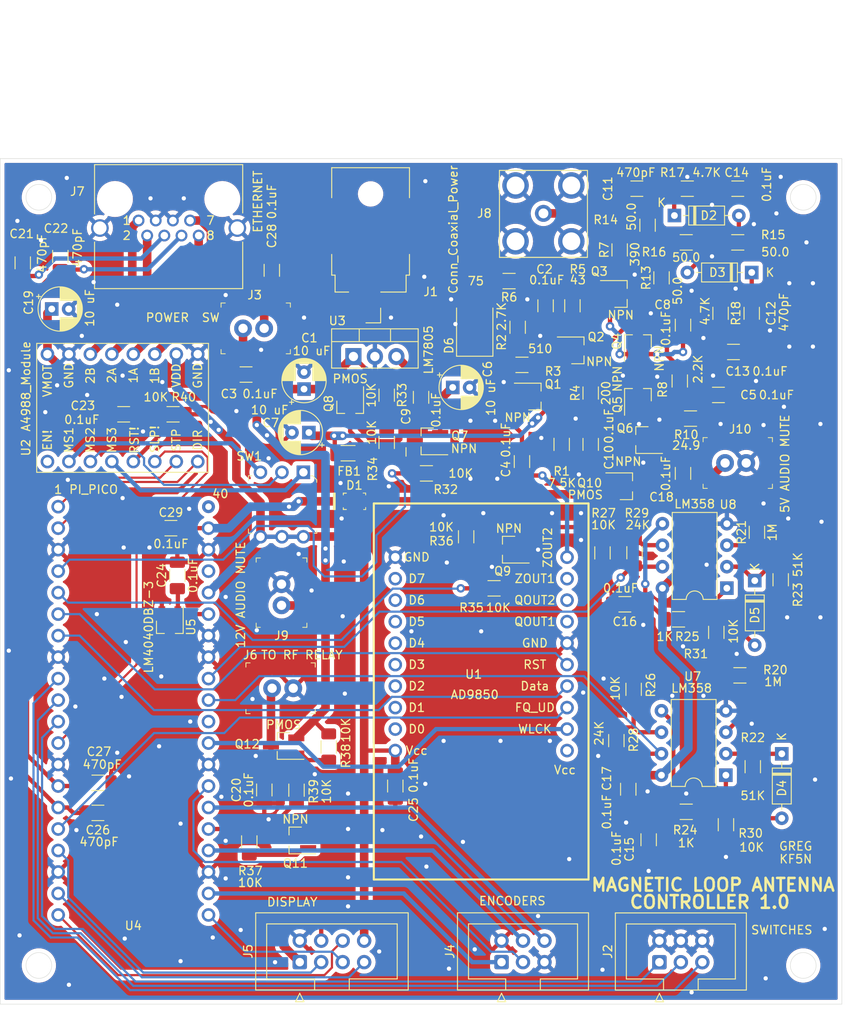
<source format=kicad_pcb>
(kicad_pcb (version 20211014) (generator pcbnew)
  (title_block (title "Magloop Pico") (date "2021-07-21") (rev "1.0") (comment 4 "Greg Raven"))
  (layers (0 "F.Cu" signal) (31 "B.Cu" signal) (34 "B.Paste" user) (35 "F.Paste" user) (36 "B.SilkS" user "B.Silkscreen") (37 "F.SilkS" user "F.Silkscreen") (38 "B.Mask" user) (39 "F.Mask" user) (44 "Edge.Cuts" user))
  (net 0 "")
  (net 1 "GND")
  (net 2 "+12V")
  (net 3 "Net-(C2-Pad1)")
  (net 4 "Net-(C4-Pad2)")
  (net 5 "Net-(C4-Pad1)")
  (net 6 "Net-(C5-Pad1)")
  (net 7 "+5V")
  (net 8 "Net-(C10-Pad1)")
  (net 9 "Net-(C8-Pad2)")
  (net 10 "Net-(C8-Pad1)")
  (net 11 "Net-(C11-Pad1)")
  (net 12 "Net-(C11-Pad2)")
  (net 13 "Net-(C12-Pad1)")
  (net 14 "Net-(C13-Pad1)")
  (net 15 "Net-(C14-Pad1)")
  (net 16 "Net-(C15-Pad1)")
  (net 17 "Net-(C16-Pad1)")
  (net 18 "Net-(D2-Pad2)")
  (net 19 "Net-(D4-Pad1)")
  (net 20 "Net-(D4-Pad2)")
  (net 21 "Net-(D5-Pad2)")
  (net 22 "Net-(D5-Pad1)")
  (net 23 "/ZEROSWITCH")
  (net 24 "/MAXSWITCH")
  (net 25 "/AUTOTUNE")
  (net 26 "/EN1_DATA")
  (net 27 "+3V3")
  (net 28 "/EN1_CLK")
  (net 29 "/EN2_DATA")
  (net 30 "/EN2_CLK")
  (net 31 "/SCK")
  (net 32 "/MOSI")
  (net 33 "/CS")
  (net 34 "/DC")
  (net 35 "Net-(Q2-Pad3)")
  (net 36 "Net-(R26-Pad1)")
  (net 37 "Net-(R27-Pad1)")
  (net 38 "/Forward")
  (net 39 "/Reverse")
  (net 40 "/EXIT")
  (net 41 "/ADC_VREF")
  (net 42 "/ENTER")
  (net 43 "Net-(J7-Pad1)")
  (net 44 "Net-(J7-Pad2)")
  (net 45 "/RFAMP")
  (net 46 "/OPAMP")
  (net 47 "/RFRELAY")
  (net 48 "Net-(U1-Pad14)")
  (net 52 "Net-(Q1-Pad2)")
  (net 53 "Net-(Q2-Pad2)")
  (net 54 "Net-(Q3-Pad2)")
  (net 55 "Net-(Q5-Pad2)")
  (net 58 "+5VA")
  (net 59 "Net-(C20-Pad1)")
  (net 60 "Net-(FB1-Pad1)")
  (net 61 "Net-(Q7-Pad3)")
  (net 62 "Net-(Q7-Pad1)")
  (net 63 "Net-(Q8-Pad1)")
  (net 64 "Net-(Q10-Pad1)")
  (net 65 "Net-(Q9-Pad1)")
  (net 66 "Net-(Q11-Pad3)")
  (net 67 "Net-(Q11-Pad1)")
  (net 68 "Net-(Q12-Pad1)")
  (net 69 "Net-(R13-Pad2)")
  (net 70 "Net-(R40-Pad2)")
  (net 72 "Net-(SW1-Pad2)")
  (net 74 "Net-(J7-Pad7)")
  (net 75 "Net-(J7-Pad8)")
  (net 78 "Net-(SW1-Pad1)")
  (net 79 "Net-(SW1-Pad3)")
  (net 84 "/WLCK")
  (net 88 "/SLEEP")
  (net 89 "/STEP")
  (net 90 "Net-(C29-Pad2)")
  (net 91 "/DIR")
  (net 92 "/FQ_UD")
  (net 93 "Net-(U1-Pad15)")
  (net 94 "/12V_FILT")
  (footprint "Capacitor_SMD:C_1206_3216Metric_Pad1.33x1.80mm_HandSolder" (layer "F.Cu") (at 154.178 66.929 -90)
    (fp_text reference "C2")
    (fp_text value "0.1uF")
  )
  (footprint "Capacitor_SMD:C_1206_3216Metric_Pad1.33x1.80mm_HandSolder" (layer "F.Cu") (at 151.384 85.344 -90)
    (fp_text reference "C4")
    (fp_text value "0.1uF")
  )
  (footprint "Capacitor_SMD:C_1206_3216Metric_Pad1.33x1.80mm_HandSolder" (layer "F.Cu") (at 174.625 77.47)
    (fp_text reference "C5")
    (fp_text value "0.1uF")
  )
  (footprint "Capacitor_SMD:C_1206_3216Metric_Pad1.33x1.80mm_HandSolder" (layer "F.Cu") (at 170.434 69.215 -90)
    (fp_text reference "C8")
    (fp_text value "0.1uF")
  )
  (footprint "Capacitor_SMD:C_1206_3216Metric_Pad1.33x1.80mm_HandSolder" (layer "F.Cu") (at 159.512 83.312 -90)
    (fp_text reference "C10")
    (fp_text value "0.1uF")
  )
  (footprint "Capacitor_SMD:C_1206_3216Metric_Pad1.33x1.80mm_HandSolder" (layer "F.Cu") (at 164.973 53.086 180)
    (fp_text reference "C11")
    (fp_text value "470pF")
  )
  (footprint "Capacitor_SMD:C_1206_3216Metric_Pad1.33x1.80mm_HandSolder" (layer "F.Cu") (at 178.562 67.818 -90)
    (fp_text reference "C12")
    (fp_text value "470pF")
  )
  (footprint "Capacitor_SMD:C_1206_3216Metric_Pad1.33x1.80mm_HandSolder" (layer "F.Cu") (at 176.911 53.086)
    (fp_text reference "C14")
    (fp_text value "0.1uF")
  )
  (footprint "Capacitor_SMD:C_1206_3216Metric_Pad1.33x1.80mm_HandSolder" (layer "F.Cu") (at 166.37 130.048 -90)
    (fp_text reference "C15")
    (fp_text value "0.1uF")
  )
  (footprint "Capacitor_SMD:C_1206_3216Metric_Pad1.33x1.80mm_HandSolder" (layer "F.Cu") (at 163.556 102.215 180)
    (fp_text reference "C16")
    (fp_text value "0.1uF")
  )
  (footprint "Diode_THT:D_DO-35_SOD27_P7.62mm_Horizontal" (layer "F.Cu") (at 169.418 56.261)
    (fp_text reference "D2")
    (fp_text value "1N5711")
  )
  (footprint "Diode_THT:D_DO-35_SOD27_P7.62mm_Horizontal" (layer "F.Cu") (at 178.562 62.992 180)
    (fp_text reference "D3")
    (fp_text value "1N5711")
  )
  (footprint "Diode_THT:D_DO-35_SOD27_P7.62mm_Horizontal" (layer "F.Cu") (at 182.118 119.888 -90)
    (fp_text reference "D4")
    (fp_text value "1N5711")
  )
  (footprint "Connector_IDC:IDC-Header_2x04_P2.54mm_Vertical" (layer "F.Cu") (at 125.095 144.5165 90)
    (fp_text reference "J5")
    (fp_text value "Conn_02x04_Odd_Even")
  )
  (footprint "Resistor_SMD:R_1206_3216Metric_Pad1.30x1.75mm_HandSolder" (layer "F.Cu") (at 156.083 83.312 -90)
    (fp_text reference "R1")
    (fp_text value "7.5K")
  )
  (footprint "Resistor_SMD:R_1206_3216Metric_Pad1.30x1.75mm_HandSolder" (layer "F.Cu") (at 150.876 69.469 90)
    (fp_text reference "R2")
    (fp_text value "2.7K")
  )
  (footprint "Resistor_SMD:R_1206_3216Metric_Pad1.30x1.75mm_HandSolder" (layer "F.Cu") (at 151.384 73.914 180)
    (fp_text reference "R3")
    (fp_text value "510")
  )
  (footprint "Resistor_SMD:R_1206_3216Metric_Pad1.30x1.75mm_HandSolder" (layer "F.Cu") (at 159.512 77.242 90)
    (fp_text reference "R4")
    (fp_text value "200")
  )
  (footprint "Resistor_SMD:R_1206_3216Metric_Pad1.30x1.75mm_HandSolder" (layer "F.Cu") (at 157.353 66.929 90)
    (fp_text reference "R5")
    (fp_text value "43")
  )
  (footprint "Resistor_SMD:R_1206_3216Metric_Pad1.30x1.75mm_HandSolder" (layer "F.Cu") (at 149.86 64.008 180)
    (fp_text reference "R6")
    (fp_text value "75")
  )
  (footprint "Resistor_SMD:R_1206_3216Metric_Pad1.30x1.75mm_HandSolder" (layer "F.Cu") (at 162.941 60.325 90)
    (fp_text reference "R7")
    (fp_text value "390")
  )
  (footprint "Resistor_SMD:R_1206_3216Metric_Pad1.30x1.75mm_HandSolder" (layer "F.Cu") (at 170.053 75.819 -90)
    (fp_text reference "R8")
    (fp_text value "2.2K")
  )
  (footprint "Resistor_SMD:R_1206_3216Metric_Pad1.30x1.75mm_HandSolder" (layer "F.Cu") (at 171.323 80.264)
    (fp_text reference "R10")
    (fp_text value "24.9")
  )
  (footprint "Resistor_SMD:R_1206_3216Metric_Pad1.30x1.75mm_HandSolder" (layer "F.Cu") (at 167.894 63.627 90)
    (fp_text reference "R13")
    (fp_text value "50.0")
  )
  (footprint "Resistor_SMD:R_1206_3216Metric_Pad1.30x1.75mm_HandSolder" (layer "F.Cu") (at 166.243 57.404 90)
    (fp_text reference "R14")
    (fp_text value "50.0")
  )
  (footprint "Resistor_SMD:R_1206_3216Metric_Pad1.30x1.75mm_HandSolder" (layer "F.Cu") (at 170.815 59.436)
    (fp_text reference "R16")
    (fp_text value "50.0")
  )
  (footprint "Resistor_SMD:R_1206_3216Metric_Pad1.30x1.75mm_HandSolder" (layer "F.Cu") (at 170.942 53.086)
    (fp_text reference "R17")
    (fp_text value "4.7K")
  )
  (footprint "Resistor_SMD:R_1206_3216Metric_Pad1.30x1.75mm_HandSolder" (layer "F.Cu") (at 174.879 67.818 -90)
    (fp_text reference "R18")
    (fp_text value "4.7K")
  )
  (footprint "Resistor_SMD:R_1206_3216Metric_Pad1.30x1.75mm_HandSolder" (layer "F.Cu") (at 179.177 93.706 90)
    (fp_text reference "R21")
    (fp_text value "1M")
  )
  (footprint "Resistor_SMD:R_1206_3216Metric_Pad1.30x1.75mm_HandSolder" (layer "F.Cu") (at 181.991 99.314 -90)
    (fp_text reference "R23")
    (fp_text value "51K")
  )
  (footprint "Resistor_SMD:R_1206_3216Metric_Pad1.30x1.75mm_HandSolder" (layer "F.Cu") (at 170.815 126.746 180)
    (fp_text reference "R24")
    (fp_text value "1K")
  )
  (footprint "Resistor_SMD:R_1206_3216Metric_Pad1.30x1.75mm_HandSolder" (layer "F.Cu") (at 169.906 103.993 180)
    (fp_text reference "R25")
    (fp_text value "1K")
  )
  (footprint "Resistor_SMD:R_1206_3216Metric_Pad1.30x1.75mm_HandSolder" (layer "F.Cu") (at 164.592 112.268 90)
    (fp_text reference "R26")
    (fp_text value "10K")
  )
  (footprint "Resistor_SMD:R_1206_3216Metric_Pad1.30x1.75mm_HandSolder" (layer "F.Cu") (at 160.909 96.139 -90)
    (fp_text reference "R27")
    (fp_text value "10K")
  )
  (footprint "Resistor_SMD:R_1206_3216Metric_Pad1.30x1.75mm_HandSolder" (layer "F.Cu") (at 162.55 118.328 -90)
    (fp_text reference "R28")
    (fp_text value "24K")
  )
  (footprint "magloop_pico:AD9850_MODULE" (layer "F.Cu") (at 146.558 108.077)
    (fp_text reference "U1")
    (fp_text value "AD9850MODULE")
  )
  (footprint "Package_TO_SOT_SMD:SOT-23_Handsoldering" (layer "F.Cu") (at 109.728 104.902 -90)
    (fp_text reference "U5")
    (fp_text value "LM4040DBZ-3")
  )
  (footprint "Package_DIP:DIP-8_W7.62mm" (layer "F.Cu") (at 175.504 122.418 180)
    (fp_text reference "U7")
    (fp_text value "LM358")
  )
  (footprint "Package_TO_SOT_SMD:SOT-23_Handsoldering" (layer "F.Cu") (at 157.964 72.202)
    (fp_text reference "Q2")
    (fp_text value "NPN")
  )
  (footprint "Package_TO_SOT_SMD:SOT-23_Handsoldering" (layer "F.Cu") (at 163.068 65.532)
    (fp_text reference "Q3")
    (fp_text value "NPN")
  )
  (footprint "Package_TO_SOT_SMD:SOT-23_Handsoldering" (layer "F.Cu") (at 165.1 71.12 90)
    (fp_text reference "Q4")
    (fp_text value "NPN")
  )
  (footprint "Capacitor_SMD:C_1206_3216Metric_Pad1.33x1.80mm_HandSolder" (layer "F.Cu") (at 176.403 72.39)
    (fp_text reference "C13")
    (fp_text value "0.1uF")
  )
  (footprint "magloop_pico:A4988_MODULE" (layer "F.Cu") (at 104.14 78.994 -90)
    (fp_text reference "U2")
    (fp_text value "A4988_Module")
  )
  (footprint "Package_TO_SOT_SMD:SOT-23_Handsoldering" (layer "F.Cu") (at 152.884 77.658)
    (fp_text reference "Q1")
    (fp_text value "NPN")
  )
  (footprint "Package_TO_SOT_SMD:SOT-23_Handsoldering" (layer "F.Cu") (at 165.1 77.47 90)
    (fp_text reference "Q5")
    (fp_text value "NPN")
  )
  (footprint "digikey-footprints:SOD-123" (layer "F.Cu") (at 131.572 90.043)
    (fp_text reference "D1")
    (fp_text value "MBR0520LT1G")
  )
  (footprint "Diode_THT:D_DO-35_SOD27_P7.62mm_Horizontal" (layer "F.Cu") (at 178.923 99.421 -90)
    (fp_text reference "D5")
    (fp_text value "1N5711")
  )
  (footprint "Resistor_SMD:R_1206_3216Metric_Pad1.30x1.75mm_HandSolder" (layer "F.Cu") (at 177.165 110.617 180)
    (fp_text reference "R20")
    (fp_text value "1M")
  )
  (footprint "Package_DIP:DIP-8_W7.62mm" (layer "F.Cu") (at 175.621 100.31 180)
    (fp_text reference "U8")
    (fp_text value "LM358")
  )
  (footprint "Resistor_SMD:R_1206_3216Metric_Pad1.30x1.75mm_HandSolder" (layer "F.Cu") (at 164.699 96.119 -90)
    (fp_text reference "R29")
    (fp_text value "24K")
  )
  (footprint "Inductor_SMD:L_1206_3216Metric" (layer "F.Cu") (at 130.81 84.354 180)
    (fp_text reference "FB1")
    (fp_text value "FerriteBead")
  )
  (footprint "Capacitor_THT:CP_Radial_D5.0mm_P2.00mm" (layer "F.Cu") (at 125.603 76.774113 90)
    (fp_text reference "C1")
    (fp_text value "10 uF")
  )
  (footprint "Capacitor_SMD:C_1206_3216Metric_Pad1.33x1.80mm_HandSolder" (layer "F.Cu") (at 139.446 77.75 -90)
    (fp_text reference "C9")
    (fp_text value "0.1uF")
  )
  (footprint "Capacitor_SMD:C_1206_3216Metric_Pad1.33x1.80mm_HandSolder" (layer "F.Cu") (at 118.745 75.057)
    (fp_text reference "C3")
    (fp_text value "0.1uF")
  )
  (footprint "Package_TO_SOT_THT:TO-220-3_Vertical" (layer "F.Cu") (at 131.445 72.924)
    (fp_text reference "U3")
    (fp_text value "LM7805")
  )
  (footprint "Capacitor_THT:CP_Radial_D5.0mm_P2.00mm" (layer "F.Cu") (at 143.189888 76.581)
    (fp_text reference "C6")
    (fp_text value "10 uF")
  )
  (footprint "Capacitor_THT:CP_Radial_D5.0mm_P2.00mm" (layer "F.Cu") (at 126.177113 81.915 180)
    (fp_text reference "C7")
    (fp_text value "10 uF")
  )
  (footprint "Connector_BarrelJack:BarrelJack_CUI_PJ-036AH-SMT_Horizontal" (layer "F.Cu") (at 133.477 60.706 180)
    (fp_text reference "J1")
    (fp_text value "Conn_Coaxial_Power")
  )
  (footprint "Capacitor_SMD:C_1206_3216Metric_Pad1.33x1.80mm_HandSolder" (layer "F.Cu") (at 163.957 124.079 -90)
    (fp_text reference "C17")
    (fp_text value "0.1uF")
  )
  (footprint "Resistor_SMD:R_1206_3216Metric_Pad1.30x1.75mm_HandSolder" (layer "F.Cu") (at 175.514 128.27 -90)
    (fp_text reference "R30")
    (fp_text value "10K")
  )
  (footprint "Resistor_SMD:R_1206_3216Metric_Pad1.30x1.75mm_HandSolder" (layer "F.Cu") (at 174.371 105.537 -90)
    (fp_text reference "R31")
    (fp_text value "10K")
  )
  (footprint "Capacitor_SMD:C_1206_3216Metric_Pad1.33x1.80mm_HandSolder" (layer "F.Cu") (at 170.434 86.741 90)
    (fp_text reference "C18")
    (fp_text value "0.1uF")
  )
  (footprint "Connector_IDC:IDC-Header_2x03_P2.54mm_Vertical" (layer "F.Cu") (at 148.966 144.5165 90)
    (fp_text reference "J4")
    (fp_text value "Conn_02x03_Odd_Even")
  )
  (footprint "Resistor_SMD:R_1206_3216Metric_Pad1.30x1.75mm_HandSolder" (layer "F.Cu") (at 178.689 121.412 -90)
    (fp_text reference "R22")
    (fp_text value "51K")
  )
  (footprint "Resistor_SMD:R_1206_3216Metric_Pad1.30x1.75mm_HandSolder" (layer "F.Cu") (at 176.911 59.436)
    (fp_text reference "R15")
    (fp_text value "50.0")
  )
  (footprint "magloop_pico:PI_PICO" (layer "F.Cu") (at 105.41 114.808)
    (fp_text reference "U4")
    (fp_text value "PI_PICO")
  )
  (footprint "Capacitor_THT:CP_Radial_D5.0mm_P2.00mm" (layer "F.Cu") (at 95.758 67.31)
    (fp_text reference "C19")
    (fp_text value "10 uF")
  )
  (footprint "Capacitor_SMD:C_1206_3216Metric_Pad1.33x1.80mm_HandSolder" (layer "F.Cu") (at 120.904 124.1635 -90)
    (fp_text reference "C20")
    (fp_text value "0.1uF")
  )
  (footprint "digikey-footprints:PinHeader_1x2_P2.5mm_Drill1.1mm" (layer "F.Cu") (at 124.328 112.141 180)
    (fp_text reference "J6")
    (fp_text value "TO RF RELAY")
  )
  (footprint "Package_TO_SOT_SMD:SOT-23_Handsoldering" (layer "F.Cu") (at 140.208 82.957 180)
    (fp_text reference "Q7")
    (fp_text value "NPN")
  )
  (footprint "Package_TO_SOT_SMD:SOT-23_Handsoldering" (layer "F.Cu") (at 131.064 78.893 -90)
    (fp_text reference "Q8")
    (fp_text value "PMOS")
  )
  (footprint "Package_TO_SOT_SMD:SOT-23_Handsoldering" (layer "F.Cu") (at 163.703 88.265)
    (fp_text reference "Q10")
    (fp_text value "PMOS")
  )
  (footprint "Package_TO_SOT_SMD:SOT-23_Handsoldering" (layer "F.Cu") (at 124.587 130.1325 180)
    (fp_text reference "Q11")
    (fp_text value "NPN")
  )
  (footprint "Package_TO_SOT_SMD:SOT-23_Handsoldering" (layer "F.Cu") (at 123.19 118.9565 180)
    (fp_text reference "Q12")
    (fp_text value "PMOS")
  )
  (footprint "Resistor_SMD:R_1206_3216Metric_Pad1.30x1.75mm_HandSolder" (layer "F.Cu") (at 140.081 86.741 180)
    (fp_text reference "R32")
    (fp_text value "10K")
  )
  (footprint "Resistor_SMD:R_1206_3216Metric_Pad1.30x1.75mm_HandSolder" (layer "F.Cu") (at 135.382 77.496 -90)
    (fp_text reference "R33")
    (fp_text value "10K")
  )
  (footprint "Resistor_SMD:R_1206_3216Metric_Pad1.30x1.75mm_HandSolder" (layer "F.Cu") (at 135.382 83.084 -90)
    (fp_text reference "R34")
    (fp_text value "10K")
  )
  (footprint "Resistor_SMD:R_1206_3216Metric_Pad1.30x1.75mm_HandSolder" (layer "F.Cu") (at 148.082 100.33 180)
    (fp_text reference "R35")
    (fp_text value "10K")
  )
  (footprint "Resistor_SMD:R_1206_3216Metric_Pad1.30x1.75mm_HandSolder" (layer "F.Cu") (at 144.78 94.234 -90)
    (fp_text reference "R36")
    (fp_text value "10K")
  )
  (footprint "Resistor_SMD:R_1206_3216Metric_Pad1.30x1.75mm_HandSolder" (layer "F.Cu") (at 119.126 130.302 -90)
    (fp_text reference "R37")
    (fp_text value "10K")
  )
  (footprint "Resistor_SMD:R_1206_3216Metric_Pad1.30x1.75mm_HandSolder" (layer "F.Cu") (at 128.524 119.0835 -90)
    (fp_text reference "R38")
    (fp_text value "10K")
  )
  (footprint "Resistor_SMD:R_1206_3216Metric_Pad1.30x1.75mm_HandSolder" (layer "F.Cu") (at 124.714 124.1895 -90)
    (fp_text reference "R39")
    (fp_text value "10K")
  )
  (footprint "Resistor_SMD:R_1206_3216Metric_Pad1.30x1.75mm_HandSolder" (layer "F.Cu") (at 110.109 79.756 180)
    (fp_text reference "R40")
    (fp_text value "10K")
  )
  (footprint "Package_TO_SOT_SMD:SOT-23_Handsoldering" (layer "F.Cu") (at 149.836 95.758 180)
    (fp_text reference "Q9")
    (fp_text value "NPN")
  )
  (footprint "Package_TO_SOT_SMD:SOT-23_Handsoldering" (layer "F.Cu") (at 165.608 82.804 180)
    (fp_text reference "Q6")
    (fp_text value "NPN")
  )
  (footprint "digikey-footprints:DIP-6_W7.62mm" (layer "F.Cu") (at 125.528 86.614 -90)
    (fp_text reference "SW1")
    (fp_text value "SW_DIP_x03")
  )
  (footprint "Capacitor_SMD:C_1206_3216Metric_Pad1.33x1.80mm_HandSolder" (layer "F.Cu") (at 92.329 61.849 -90)
    (fp_text reference "C21")
    (fp_text value "470pF")
  )
  (footprint "Capacitor_SMD:C_1206_3216Metric_Pad1.33x1.80mm_HandSolder" (layer "F.Cu") (at 96.774 61.087 -90)
    (fp_text reference "C22")
    (fp_text value "470pF")
  )
  (footprint "Capacitor_SMD:C_1206_3216Metric_Pad1.33x1.80mm_HandSolder" (layer "F.Cu") (at 109.855 93.218)
    (fp_text reference "C29")
    (fp_text value "0.1uF")
  )
  (footprint "Capacitor_SMD:C_1206_3216Metric_Pad1.33x1.80mm_HandSolder" (layer "F.Cu") (at 101.219 123.317 180)
    (fp_text reference "C27")
    (fp_text value "470pF")
  )
  (footprint "Diode_SMD:D_SMB" (layer "F.Cu") (at 145.796 69.342 90)
    (fp_text reference "D6")
    (fp_text value "1N4004")
  )
  (footprint "Capacitor_SMD:C_1206_3216Metric_Pad1.33x1.80mm_HandSolder" (layer "F.Cu") (at 101.219 126.873 180)
    (fp_text reference "C26")
    (fp_text value "470pF")
  )
  (footprint "Capacitor_SMD:C_1206_3216Metric_Pad1.33x1.80mm_HandSolder" (layer "F.Cu") (at 104.267 79.756)
    (fp_text reference "C23")
    (fp_text value "0.1uF")
  )
  (footprint "Connector_IDC:IDC-Header_2x03_P2.54mm_Vertical" (layer "F.Cu") (at 167.64 144.526 90)
    (fp_text reference "J2")
    (fp_text value "Conn_02x03_Odd_Even")
  )
  (footprint "Capacitor_SMD:C_1206_3216Metric_Pad1.33x1.80mm_HandSolder" (layer "F.Cu") (at 136.398 123.698 -90)
    (fp_text reference "C25")
    (fp_text value "0.1uF")
  )
  (footprint "magloop_library:2-406541-3" (layer "F.Cu") (at 106.027416 56.849118)
    (fp_text reference "J7")
    (fp_text value "ETHERNET")
  )
  (footprint "Capacitor_SMD:C_1206_3216Metric_Pad1.33x1.80mm_HandSolder" (layer "F.Cu") (at 110.617 98.806 90)
    (fp_text reference "C24")
    (fp_text value "0.1uF")
  )
  (footprint "5-1634513-1:TE_5-1634513-1" (layer "F.Cu") (at 153.924 56.007 180)
    (fp_text reference "J8")
    (fp_text value "5-1634513-1")
  )
  (footprint "Capacitor_SMD:C_1206_3216Metric_Pad1.33x1.80mm_HandSolder" (layer "F.Cu") (at 121.793 62.738 90)
    (fp_text reference "C28")
    (fp_text value "0.1uF")
  )
  (footprint "digikey-footprints:PinHeader_1x2_P2.5mm_Drill1.1mm" (layer "F.Cu") (at 122.941 102.338 90)
    (fp_text reference "J9")
    (fp_text value "12V AUDIO MUTE")
  )
  (footprint "digikey-footprints:PinHeader_1x2_P2.5mm_Drill1.1mm" (layer "F.Cu") (at 118.388 69.601)
    (fp_text reference "J3")
    (fp_text value "POWER  SW")
  )
  (footprint "digikey-footprints:PinHeader_1x2_P2.5mm_Drill1.1mm" (layer "F.Cu") (at 175.411 85.5125)
    (fp_text reference "J10")
    (fp_text value "5V AUDIO MUTE")
  )
  (gr_line (start 137.668 83.693) (end 137.668 84.709) (layer "F.SilkS") (width 0.12))
  (gr_circle (center 184.658 54.102) (end 186.182 54.102) (layer "Edge.Cuts") (width 0.05) (fill none))
  (gr_circle (center 94.234 144.907) (end 94.234 143.383) (layer "Edge.Cuts") (width 0.05) (fill none))
  (gr_line (start 89.662 49.53) (end 89.662 149.479) (layer "Edge.Cuts") (width 0.05))
  (gr_line (start 189.23 49.53) (end 189.23 149.479) (layer "Edge.Cuts") (width 0.05))
  (gr_line (start 89.662 49.53) (end 189.23 49.53) (layer "Edge.Cuts") (width 0.05))
  (gr_circle (center 94.234 54.102) (end 95.758 54.102) (layer "Edge.Cuts") (width 0.05) (fill none))
  (gr_circle (center 184.658 144.907) (end 186.182 144.907) (layer "Edge.Cuts") (width 0.05) (fill none))
  (gr_line (start 89.662 149.479) (end 189.23 149.479) (layer "Edge.Cuts") (width 0.05))
  (gr_text "MAGNETIC LOOP ANTENNA" (at 173.99 135.382) (layer "F.SilkS") (effects (font (size 1.5 1.5) (thickness 0.3))))
  (gr_text "SWITCHES" (at 182.118 140.716) (layer "F.SilkS") (effects (font (size 1 1))))
  (gr_text "CONTROLLER 1.0" (at 173.609 137.414) (layer "F.SilkS") (effects (font (size 1.5 1.5) (thickness 0.3))))
  (gr_text "ENCODERS" (at 150.241 137.287) (layer "F.SilkS") (effects (font (size 1 1))))
  (gr_text "40" (at 115.697 89.154) (layer "F.SilkS") (effects (font (size 1 1))))
  (gr_text "KF5N" (at 183.769 132.334) (layer "F.SilkS") (effects (font (size 1 1))))
  (gr_text "1" (at 96.52 88.646) (layer "F.SilkS") (effects (font (size 1 1))))
  (gr_text "GREG" (at 183.769 130.81) (layer "F.SilkS") (effects (font (size 1 1))))
  (gr_text "DISPLAY" (at 124.206 137.414) (layer "F.SilkS") (effects (font (size 1 1))))
  (segment (start 97.663 67.116887) (end 97.723887 67.056) (width 1.016) (layer "F.Cu") (net 1))
  (via (at 148.844 118.364) (size 1) (drill 0.5) (layers "F.Cu" "B.Cu") (net 1))
  (via (at 170.434 107.188) (size 1) (drill 0.5) (layers "F.Cu" "B.Cu") (net 1))
  (via (at 165.735 85.471) (size 1) (drill 0.5) (layers "F.Cu" "B.Cu") (net 1))
  (via (at 182.753 103.759) (size 1) (drill 0.5) (layers "F.Cu" "B.Cu") (net 1))
  (via (at 97.663 87.503) (size 1) (drill 0.5) (layers "F.Cu" "B.Cu") (net 1))
  (via (at 163.322 75.184) (size 1) (drill 0.5) (layers "F.Cu" "B.Cu") (net 1))
  (via (at 173.228 97.536) (size 1) (drill 0.5) (layers "F.Cu" "B.Cu") (net 1))
  (via (at 178.816 57.277) (size 1) (drill 0.5) (layers "F.Cu" "B.Cu") (net 1))
  (via (at 117.602 79.375) (size 1) (drill 0.5) (layers "F.Cu" "B.Cu") (net 1))
  (via (at 142.494 97.282) (size 1) (drill 0.5) (layers "F.Cu" "B.Cu") (net 1))
  (via (at 166.37 133.731) (size 1) (drill 0.5) (layers "F.Cu" "B.Cu") (net 1))
  (via (at 130.302 97.155) (size 1) (drill 0.5) (layers "F.Cu" "B.Cu") (net 1))
  (via (at 142.113 91.694) (size 1) (drill 0.5) (layers "F.Cu" "B.Cu") (net 1))
  (via (at 139.954 123.444) (size 1) (drill 0.5) (layers "F.Cu" "B.Cu") (net 1))
  (via (at 125.603 68.326) (size 1) (drill 0.5) (layers "F.Cu" "B.Cu") (net 1))
  (via (at 146.558 105.41) (size 1) (drill 0.5) (layers "F.Cu" "B.Cu") (net 1))
  (via (at 148.209 80.518) (size 1) (drill 0.5) (layers "F.Cu" "B.Cu") (net 1))
  (via (at 182.88 92.075) (size 1) (drill 0.5) (layers "F.Cu" "B.Cu") (net 1))
  (via (at 140.081 133.223) (size 1) (drill 0.5) (layers "F.Cu" "B.Cu") (net 1))
  (via (at 119.888 120.142) (size 1) (drill 0.5) (layers "F.Cu" "B.Cu") (net 1))
  (via (at 171.45 148.082) (size 1) (drill 0.5) (layers "F.Cu" "B.Cu") (net 1))
  (via (at 130.81 137.922) (size 1) (drill 0.5) (layers "F.Cu" "B.Cu") (net 1))
  (via (at 179.07 75.819) (size 1) (drill 0.5) (layers "F.Cu" "B.Cu") (net 1))
  (via (at 121.412 127.635) (size 1) (drill 0.5) (layers "F.Cu" "B.Cu") (net 1))
  (via (at 183.007 64.262) (size 1) (drill 0.5) (layers "F.Cu" "B.Cu") (net 1))
  (via (at 158.623 112.649) (size 1) (drill 0.5) (layers "F.Cu" "B.Cu") (net 1))
  (via (at 149.225 75.946) (size 1) (drill 0.5) (layers "F.Cu" "B.Cu") (net 1))
  (via (at 110.998 144.399) (size 1) (drill 0.5) (layers "F.Cu" "B.Cu") (net 1))
  (via (at 90.932 122.809) (size 1) (drill 0.5) (layers "F.Cu" "B.Cu") (net 1))
  (via (at 180.213 146.431) (size 1) (drill 0.5) (layers "F.Cu" "B.Cu") (net 1))
  (via (at 129.921 87.884) (size 1) (drill 0.5) (layers "F.Cu" "B.Cu") (net 1))
  (via (at 104.267 95.504) (size 1) (drill 0.5) (layers "F.Cu" "B.Cu") (net 1))
  (via (at 157.734 80.264) (size 1) (drill 0.5) (layers "F.Cu" "B.Cu") (net 1))
  (via (at 154.94 91.44) (size 1) (drill 0.5) (layers "F.Cu" "B.Cu") (net 1))
  (via (at 112.141 116.078) (size 1) (drill 0.5) (layers "F.Cu" "B.Cu") (net 1))
  (via (at 104.394 141.732) (size 1) (drill 0.5) (layers "F.Cu" "B.Cu") (net 1))
  (via (at 108.839 75.946) (size 1) (drill 0.5) (layers "F.Cu" "B.Cu") (net 1))
  (via (at 130.81 128.778) (size 1) (drill 0.5) (layers "F.Cu" "B.Cu") (net 1))
  (via (at 115.824 124.968) (size 1) (drill 0.5) (layers "F.Cu" "B.Cu") (net 1))
  (via (at 108.712 110.744) (size 1) (drill 0.5) (layers "F.Cu" "B.Cu") (net 1))
  (via (at 126.492 100.584) (size 1) (drill 0.5) (layers "F.Cu" "B.Cu") (net 1))
  (via (at 100.711 64.135) (size 1) (drill 0.5) (layers "F.Cu" "B.Cu") (net 1))
  (via (at 96.393 76.327) (size 1) (drill 0.5) (layers "F.Cu" "B.Cu") (net 1))
  (via (at 165.735 104.648) (size 1) (drill 0.5) (layers "F.Cu" "B.Cu") (net 1))
  (via (at 152.019 66.167) (size 1) (drill 0.5) (layers "F.Cu" "B.Cu") (net 1))
  (via (at 186.69 103.759) (size 1) (drill 0.5) (layers "F.Cu" "B.Cu") (net 1))
  (via (at 104.521 106.68) (size 1) (drill 0.5) (layers "F.Cu" "B.Cu") (net 1))
  (via (at 170.815 124.587) (size 1) (drill 0.5) (layers "F.Cu" "B.Cu") (net 1))
  (via (at 98.552 114.3) (size 1) (drill 0.5) (layers "F.Cu" "B.Cu") (net 1))
  (via (at 143.002 66.167) (size 1) (drill 0.5) (layers "F.Cu" "B.Cu") (net 1))
  (via (at 181.483 56.007) (size 1) (drill 0.5) (layers "F.Cu" "B.Cu") (net 1))
  (via (at 122.174 144.526) (size 1) (drill 0.5) (layers "F.Cu" "B.Cu") (net 1))
  (via (at 104.013 113.157) (size 1) (drill 0.5) (layers "F.Cu" "B.Cu") (net 1))
  (via (at 147.828 97.79) (size 1) (drill 0.5) (layers "F.Cu" "B.Cu") (net 1))
  (via (at 130.175 103.632) (size 1) (drill 0.5) (layers "F.Cu" "B.Cu") (net 1))
  (via (at 181.991 51.689) (size 1) (drill 0.5) (layers "F.Cu" "B.Cu") (net 1))
  (via (at 107.442 54.229) (size 1) (drill 0.5) (layers "F.Cu" "B.Cu") (net 1))
  (via (at 114.808 141.605) (size 1) (drill 0.5) (layers "F.Cu" "B.Cu") (net 1))
  (via (at 169.164 113.03) (size 1) (drill 0.5) (layers "F.Cu" "B.Cu") (net 1))
  (via (at 183.007 71.755) (size 1) (drill 0.5) (layers "F.Cu" "B.Cu") (net 1))
  (via (at 186.817 92.456) (size 1) (drill 0.5) (layers "F.Cu" "B.Cu") (net 1))
  (via (at 171.45 65.151) (size 1) (drill 0.5) (layers "F.Cu" "B.Cu") (net 1))
  (via (at 173.863 54.991) (size 1) (drill 0.5) (layers "F.Cu" "B.Cu") (net 1))
  (via (at 156.972 132.334) (size 1) (drill 0.5) (layers "F.Cu" "B.Cu") (net 1))
  (via (at 104.14 89.662) (size 1) (drill 0.5) (layers "F.Cu" "B.Cu") (net 1))
  (via (at 138.303 105.41) (size 1) (drill 0.5) (layers "F.Cu" "B.Cu") (net 1))
  (via (at 185.801 64.262) (size 1) (drill 0.5) (layers "F.Cu" "B.Cu") (net 1))
  (via (at 124.968 96.266) (size 1) (drill 0.5) (layers "F.Cu" "B.Cu") (net 1))
  (via (at 106.553 81.788) (size 1) (drill 0.5) (layers "F.Cu" "B.Cu") (net 1))
  (via (at 178.562 116.332) (size 1) (drill 0.5) (layers "F.Cu" "B.Cu") (net 1))
  (via (at 179.959 90.297) (size 1) (drill 0.5) (layers "F.Cu" "B.Cu") (net 1))
  (via (at 130.81 124.587) (size 1) (drill 0.5) (layers "F.Cu" "B.Cu") (net 1))
  (via (at 134.493 143.256) (size 1) (drill 0.5) (layers "F.Cu" "B.Cu") (net 1))
  (via (at 135.636 88.265) (size 1) (drill 0.5) (layers "F.Cu" "B.Cu") (net 1))
  (via (at 144.399 130.302) (size 1) (drill 0.5) (layers "F.Cu" "B.Cu") (net 1))
  (via (at 104.14 75.184) (size 1) (drill 0.5) (layers "F.Cu" "B.Cu") (net 1))
  (via (at 126.873 122.301) (size 1) (drill 0.5) (layers "F.Cu" "B.Cu") (net 1))
  (via (at 97.79 147.193) (size 1) (drill 0.5) (layers "F.Cu" "B.Cu") (net 1))
  (via (at 179.959 81.026) (size 1) (drill 0.5) (layers "F.Cu" "B.Cu") (net 1))
  (via (at 139.446 129.667) (size 1) (drill 0.5) (layers "F.Cu" "B.Cu") (net 1))
  (via (at 164.719 63.246) (size 1) (drill 0.5) (layers "F.Cu" "B.Cu") (net 1))
  (via (at 166.624 67.818) (size 1) (drill 0.5) (layers "F.Cu" "B.Cu") (net 1))
  (via (at 172.847 113.03) (size 1) (drill 0.5) (layers "F.Cu" "B.Cu") (net 1))
  (via (at 143.51 69.088) (size 1) (drill 0.5) (layers "F.Cu" "B.Cu") (net 1))
  (via (at 176.657 64.897) (size 1) (drill 0.5) (layers "F.Cu" "B.Cu") (net 1))
  (via (at 175.514 132.08) (size 1) (drill 0.5) (layers "F.Cu" "B.Cu") (net 1))
  (via (at 170.942 51.689) (size 1) (drill 0.5) (layers "F.Cu" "B.Cu") (net 1))
  (via (at 173.863 61.087) (size 1) (drill 0.5) (layers "F.Cu" "B.Cu") (net 1))
  (via (at 110.998 128.143) (size 1) (drill 0.5) (layers "F.Cu" "B.Cu") (net 1))
  (via (at 116.332 130.175) (size 1) (drill 0.5) (layers "F.Cu" "B.Cu") (net 1))
  (via (at 153.67 82.55) (size 1) (drill 0.5) (layers "F.Cu" "B.Cu") (net 1))
  (via (at 165.227 80.899) (size 1) (drill 0.5) (layers "F.Cu" "B.Cu") (net 1))
  (via (at 153.289 95.758) (size 1) (drill 0.5) (layers "F.Cu" "B.Cu") (net 1))
  (via (at 172.847 70.739) (size 1) (drill 0.5) (layers "F.Cu" "B.Cu") (net 1))
  (via (at 154.686 118.364) (size 1) (drill 0.5) (layers "F.Cu" "B.Cu") (net 1))
  (via (at 101.981 110.998) (size 1) (drill 0.5) (layers "F.Cu" "B.Cu") (net 1))
  (via (at 94.996 79.502) (size 1) (drill 0.5) (layers "F.Cu" "B.Cu") (net 1))
  (via (at 103.505 66.802) (size 1) (drill 0.5) (layers "F.Cu" "B.Cu") (net 1))
  (via (at 139.954 52.197) (size 1) (drill 0.5) (layers "F.Cu" "B.Cu") (net 1))
  (via (at 166.243 124.333) (size 1) (drill 0.5) (layers "F.Cu" "B.Cu") (net 1))
  (via (at 120.015 105.283) (size 1) (drill 0.5) (layers "F.Cu" "B.Cu") (net 1))
  (via (at 91.948 141.351) (size 1) (drill 0.5) (layers "F.Cu" "B.Cu") (net 1))
  (via (at 98.679 128.905) (size 1) (drill 0.5) (layers "F.Cu" "B.Cu") (net 1))
  (via (at 134.874 128.905) (size 1) (drill 0.5) (layers "F.Cu" "B.Cu") (net 1))
  (via (at 111.379 54.229) (size 1) (drill 0.5) (layers "F.Cu" "B.Cu") (net 1))
  (via (at 116.332 65.659) (size 1) (drill 0.5) (layers "F.Cu" "B.Cu") (net 1))
  (via (at 185.039 59.436) (size 1) (drill 0.5) (layers "F.Cu" "B.Cu") (net 1))
  (via (at 173.99 75.184) (size 1) (drill 0.5) (layers "F.Cu" "B.Cu") (net 1))
  (via (at 139.827 63.5) (size 1) (drill 0.5) (layers "F.Cu" "B.Cu") (net 1))
  (via (at 160.401 120.142) (size 1) (drill 0.5) (layers "F.Cu" "B.Cu") (net 1))
  (via (at 180.721 69.85) (size 1) (drill 0.5) (layers "F.Cu" "B.Cu") (net 1))
  (via (at 176.784 108.077) (size 1) (drill 0.5) (layers "F.Cu" "B.Cu") (net 1))
  (via (at 112.014 90.932) (size 1) (drill 0.5) (layers "F.Cu" "B.Cu") (net 1))
  (via (at 145.796 143.002) (size 1) (drill 0.5) (layers "F.Cu" "B.Cu") (net 1))
  (via (at 158.369 91.44) (size 1) (drill 0.5) (layers "F.Cu" "B.Cu") (net 1))
  (via (at 103.505 119.761) (size 1) (drill 0.5) (layers "F.Cu" "B.Cu") (net 1))
  (via (at 153.543 70.485) (size 1) (drill 0.5) (layers "F.Cu" "B.Cu") (net 1))
  (via (at 130.81 134.493) (size 1) (drill 0.5) (layers "F.Cu" "B.Cu") (net 1))
  (via (at 186.69 80.899) (size 1) (drill 0.5) (layers "F.Cu" "B.Cu") (net 1))
  (via (at 108.458 118.999) (size 1) (drill 0.5) (layers "F.Cu" "B.Cu") (net 1))
  (via (at 160.909 145.415) (size 1) (drill 0.5) (layers "F.Cu" "B.Cu") (net 1))
  (via (at 148.463 87.376) (size 1) (drill 0.5) (layers "F.Cu" "B.Cu") (net 1))
  (via (at 182.372 78.867) (size 1) (drill 0.5) (layers "F.Cu" "B.Cu") (net 1))
  (via (at 145.288 87.376) (size 1) (drill 0.5) (layers "F.Cu" "B.Cu") (net 1))
  (via (at 116.332 101.346) (size 1) (drill 0.5) (layers "F.Cu" "B.Cu") (net 1))
  (via (at 97.536 51.816) (size 1) (drill 0.5) (layers "F.Cu" "B.Cu") (net 1))
  (via (at 130.048 92.075) (size 1) (drill 0.5) (layers "F.Cu" "B.Cu") (net 1))
  (via (at 130.429 112.776) (size 1) (drill 0.5) (layers "F.Cu" "B.Cu") (net 1))
  (via (at 99.949 77.47) (size 1) (drill 0.5) (layers "F.Cu" "B.Cu") (net 1))
  (via (at 167.386 75.311) (size 1) (drill 0.5) (layers "F.Cu" "B.Cu") (net 1))
  (via (at 135.89 68.326) (size 1) (drill 0.5) (layers "F.Cu" "B.Cu") (net 1))
  (via (at 116.332 134.62) (size 1) (drill 0.5) (layers "F.Cu" "B.Cu") (net 1))
  (via (at 146.812 91.44) (size 1) (drill 0.5) (layers "F.Cu" "B.Cu") (net 1))
  (via (at 185.801 71.755) (size 1) (drill 0.5) (layers "F.Cu" "B.Cu") (net 1))
  (via (at 174.879 80.899) (size 1) (drill 0.5) (layers "F.Cu" "B.Cu") (net 1))
  (via (at 121.412 84.963) (size 1) (drill 0.5) (layers "F.Cu" "B.Cu") (net 1))
  (via (at 142.748 145.288) (size 1) (drill 0.5) (layers "F.Cu" "B.Cu") (net 1))
  (via (at 158.369 94.615) (size 1) (drill 0.5) (layers "F.Cu" "B.Cu") (net 1))
  (via (at 104.902 122.555) (size 1) (drill 0.5) (layers "F.Cu" "B.Cu") (net 1))
  (via (at 107.315 95.504) (size 1) (drill 0.5) (layers "F.Cu" "B.Cu") (net 1))
  (via (at 118.11 140.716) (size 1) (drill 0.5) (layers "F.Cu" "B.Cu") (net 1))
  (via (at 120.523 72.136) (size 1) (drill 0.5) (layers "F.Cu" "B.Cu") (net 1))
  (via (at 186.055 122.936) (size 1) (drill 0.5) (layers "F.Cu" "B.Cu") (net 1))
  (via (at 187.198 140.589) (size 1) (drill 0.5) (layers "F.Cu" "B.Cu") (net 1))
  (via (at 90.678 74.549) (size 1) (drill 0.5) (layers "F.Cu" "B.Cu") (net 1))
  (via (at 119.507 113.411) (size 1) (drill 0.5) (layers "F.Cu" "B.Cu") (net 1))
  (via (at 99.314 70.485) (size 1) (drill 0.5) (layers "F.Cu" "B.Cu") (net 1))
  (via (at 101.092 103.378) (size 1) (drill 0.5) (layers "F.Cu" "B.Cu") (net 1))
  (via (at 163.703 128.016) (size 1) (drill 0.5) (layers "F.Cu" "B.Cu") (net 1))
  (via (at 153.289 139.065) (size 1) (drill 0.5) (layers "F.Cu" "B.Cu") (net 1))
  (via (at 145.288 80.518) (size 1) (drill 0.5) (layers "F.Cu" "B.Cu") (net 1))
  (via (at 158.115 86.868) (size 1) (drill 0.5) (layers "F.Cu" "B.Cu") (net 1))
  (via (at 167.64 80.391) (size 1) (drill 0.5) (layers "F.Cu" "B.Cu") (net 1))
  (via (at 142.113 118.364) (size 1) (drill 0.5) (layers "F.Cu" "B.Cu") (net 1))
  (via (at 94.488 59.182) (size 1) (drill 0.5) (layers "F.Cu" "B.Cu") (net 1))
  (via (at 91.694 56.896) (size 1) (drill 0.5) (layers "F.Cu" "B.Cu") (net 1))
  (via (at 161.036 110.998) (size 1) (drill 0.5) (layers "F.Cu" "B.Cu") (net 1))
  (via (at 90.678 107.696) (size 1) (drill 0.5) (layers "F.Cu" "B.Cu") (net 1))
  (segment (start 121.793 64.3005) (end 121.793 66.548) (width 1.016) (layer "F.Cu") (net 2))
  (segment (start 120.888 67.453) (end 121.793 66.548) (width 1.016) (layer "F.Cu") (net 2))
  (segment (start 145.796 71.492) (end 143.374 71.492) (width 1.016) (layer "F.Cu") (net 2))
  (segment (start 120.888 69.601) (end 120.888 67.453) (width 1.016) (layer "F.Cu") (net 2))
  (segment (start 143.374 71.492) (end 138.388 66.506) (width 1.016) (layer "F.Cu") (net 2))
  (segment (start 138.388 66.506) (end 132.777 66.506) (width 1.016) (layer "F.Cu") (net 2))
  (segment (start 132.777 66.506) (end 121.835 66.506) (width 1.016) (layer "F.Cu") (net 2))
  (segment (start 121.835 66.506) (end 121.793 66.548) (width 1.016) (layer "F.Cu") (net 2))
  (segment (start 152.908 64.262) (end 151.156 64.262) (width 0.508) (layer "F.Cu") (net 3))
  (segment (start 157.353 65.379) (end 154.1905 65.379) (width 0.508) (layer "F.Cu") (net 3))
  (segment (start 154.0125 65.3665) (end 152.908 64.262) (width 0.508) (layer "F.Cu") (net 3))
  (segment (start 154.1905 65.379) (end 154.178 65.3665) (width 0.254) (layer "F.Cu") (net 3))
  (segment (start 154.178 65.3665) (end 154.0125 65.3665) (width 0.254) (layer "F.Cu") (net 3))
  (segment (start 151.4725 86.995) (end 151.384 86.9065) (width 0.508) (layer "F.Cu") (net 4))
  (segment (start 153.797 86.995) (end 151.4725 86.995) (width 0.508) (layer "F.Cu") (net 4))
  (via (at 153.797 86.995) (size 1) (drill 0.5) (layers "F.Cu" "B.Cu") (net 4))
  (segment (start 156.718 89.916) (end 153.797 86.995) (width 0.508) (layer "B.Cu") (net 4))
  (segment (start 156.718 96.647) (end 156.718 89.916) (width 0.508) (layer "B.Cu") (net 4))
  (segment (start 150.876 72.39) (end 151.384 72.898) (width 0.508) (layer "F.Cu") (net 5))
  (segment (start 152.68 84.862) (end 156.083 84.862) (width 0.508) (layer "F.Cu") (net 5))
  (segment (start 150.749 76.708) (end 151.384 76.708) (width 0.254) (layer "F.Cu") (net 5))
  (segment (start 151.384 83.7815) (end 151.5995 83.7815) (width 0.254) (layer "F.Cu") (net 5))
  (segment (start 150.876 71.019) (end 150.876 72.39) (width 0.508) (layer "F.Cu") (net 5))
  (segment (start 149.733 80.391) (end 149.733 77.724) (width 0.508) (layer "F.Cu") (net 5))
  (segment (start 149.733 77.724) (end 150.749 76.708) (width 0.508) (layer "F.Cu") (net 5))
  (segment (start 151.5995 83.7815) (end 152.68 84.862) (width 0.508) (layer "F.Cu") (net 5))
  (segment (start 151.384 83.7815) (end 151.384 82.042) (width 0.508) (layer "F.Cu") (net 5))
  (segment (start 151.384 72.898) (end 151.384 76.708) (width 0.508) (layer "F.Cu") (net 5))
  (segment (start 151.384 82.042) (end 149.733 80.391) (width 0.508) (layer "F.Cu") (net 5))
  (segment (start 170.154 77.47) (end 170.053 77.369) (width 0.508) (layer "F.Cu") (net 6))
  (segment (start 164.108 79.012) (end 164.15 78.97) (width 0.254) (layer "F.Cu") (net 6))
  (segment (start 164.108 82.804) (end 164.108 79.012) (width 0.508) (layer "F.Cu") (net 6))
  (segment (start 170.053 77.369) (end 169.909511 77.512489) (width 0.508) (layer "F.Cu") (net 6))
  (segment (start 164.15 78.547) (end 164.15 78.97) (width 0.508) (layer "F.Cu") (net 6))
  (segment (start 170.1155 77.4315) (end 170.053 77.369) (width 0.254) (layer "F.Cu") (net 6))
  (segment (start 173.0625 77.47) (end 170.154 77.47) (width 0.508) (layer "F.Cu") (net 6))
  (segment (start 164.15 78.97) (end 164.15 78.42) (width 0.254) (layer "F.Cu") (net 6))
  (segment (start 165.184511 77.512489) (end 164.15 78.547) (width 0.508) (layer "F.Cu") (net 6))
  (segment (start 169.909511 77.512489) (end 165.184511 77.512489) (width 0.508) (layer "F.Cu") (net 6))
  (segment (start 144.846 89.215) (end 162.203 89.215) (width 1.016) (layer "F.Cu") (net 7))
  (segment (start 143.419511 89.063511) (end 142.440022 90.043) (width 1.016) (layer "F.Cu") (net 7))
  (segment (start 139.446 76.1875) (end 139.446 75.845) (width 1.016) (layer "F.Cu") (net 7))
  (segment (start 143.419511 80.161011) (end 143.419511 89.063511) (width 1.016) (layer "F.Cu") (net 7))
  (segment (start 143.129 76.581) (end 141.48425 78.22575) (width 1.016) (layer "F.Cu") (net 7))
  (segment (start 141.48425 78.22575) (end 143.419511 80.161011) (width 1.016) (layer "F.Cu") (net 7))
  (segment (start 143.419511 89.063511) (end 143.571 89.215) (width 1.016) (layer "F.Cu") (net 7))
  (segment (start 139.446 76.1875) (end 141.48425 78.22575) (width 1.016) (layer "F.Cu") (net 7))
  (segment (start 139.446 75.845) (end 136.525 72.924) (width 1.016) (layer "F.Cu") (net 7))
  (segment (start 144.78 92.684) (end 144.78 89.281) (width 0.508) (layer "F.Cu") (net 7))
  (segment (start 144.846 89.215) (end 143.571 89.215) (width 1.016) (layer "F.Cu") (net 7))
  (segment (start 133.147 90.043) (end 136.652 90.043) (width 1.016) (layer "F.Cu") (net 7))
  (segment (start 142.440022 90.043) (end 135.128 90.043) (width 1.016) (layer "F.Cu") (net 7))
  (segment (start 144.78 89.281) (end 144.846 89.215) (width 0.254) (layer "F.Cu") (net 7))
  (segment (start 143.189888 76.581) (end 143.129 76.581) (width 1.016) (layer "F.Cu") (net 7))
  (segment (start 168.529 72.745) (end 169.685 73.901) (width 0.508) (layer "F.Cu") (net 8))
  (segment (start 129.235 84.354) (end 129.235 82.347) (width 0.508) (layer "F.Cu") (net 8))
  (segment (start 155.956 78.613) (end 155.001 77.658) (width 0.508) (layer "F.Cu") (net 8))
  (segment (start 163.425 69.62) (end 165.1 69.62) (width 0.508) (layer "F.Cu") (net 8))
  (segment (start 170.053 74.269) (end 170.053 73.886163) (width 0.508) (layer "F.Cu") (net 8))
  (segment (start 129.286 82.296) (end 130.04848 82.296) (width 1.016) (layer "F.Cu") (net 8))
  (segment (start 159.714 78.792) (end 161.671 76.835) (width 0.508) (layer "F.Cu") (net 8))
  (segment (start 165.786837 69.62) (end 165.1 69.62) (width 0.508) (layer "F.Cu") (net 8))
  (segment (start 153.289 80.137) (end 154.384 79.042) (width 0.508) (layer "F.Cu") (net 8))
  (segment (start 156.135 78.792) (end 155.956 78.613) (width 0.508) (layer "F.Cu") (net 8))
  (segment (start 159.512 78.792) (end 159.714 78.792) (width 0.508) (layer "F.Cu") (net 8))
  (segment (start 129.286 82.296) (end 126.558113 82.296) (width 1.016) (layer "F.Cu") (net 8))
  (segment (start 154.384 77.658) (end 154.384 79.042) (width 0.508) (layer "F.Cu") (net 8))
  (segment (start 129.235 82.347) (end 129.286 82.296) (width 0.508) (layer "F.Cu") (net 8))
  (segment (start 161.671 71.374) (end 163.425 69.62) (width 0.508) (layer "F.Cu") (net 8))
  (segment (start 164.568 65.532) (end 164.568 67.032) (width 0.508) (layer "F.Cu") (net 8))
  (segment (start 156.083 81.762) (end 156.083 78.844) (width 0.508) (layer "F.Cu") (net 8))
  (segment (start 164.568 67.032) (end 165.1 67.564) (width 0.508) (layer "F.Cu") (net 8))
  (segment (start 168.529 71.12) (end 168.529 72.745) (width 0.508) (layer "F.Cu") (net 8))
  (segment (start 159.512 78.792) (end 156.135 78.792) (width 0.508) (layer "F.Cu") (net 8))
  (segment (start 169.685 73.901) (end 170.053 74.269) (width 0.508) (layer "F.Cu") (net 8))
  (segment (start 155.001 77.658) (end 154.384 77.658) (width 0.508) (layer "F.Cu") (net 8))
  (segment (start 156.083 78.844) (end 156.135 78.792) (width 0.254) (layer "F.Cu") (net 8))
  (segment (start 126.558113 82.296) (end 126.177113 81.915) (width 1.016) (layer "F.Cu") (net 8))
  (segment (start 152.5905 80.8355) (end 153.289 80.137) (width 1.016) (layer "F.Cu") (net 8))
  (segment (start 165.1 67.564) (end 165.1 69.62) (width 0.508) (layer "F.Cu") (net 8))
  (segment (start 167.029 69.62) (end 168.529 71.12) (width 0.508) (layer "F.Cu") (net 8))
  (segment (start 165.786837 69.62) (end 167.029 69.62) (width 0.508) (layer "F.Cu") (net 8))
  (segment (start 159.512 81.7495) (end 159.512 78.792) (width 0.508) (layer "F.Cu") (net 8))
  (segment (start 161.671 76.835) (end 161.671 71.374) (width 0.508) (layer "F.Cu") (net 8))
  (via (at 129.159 82.296) (size 1) (drill 0.5) (layers "F.Cu" "B.Cu") (net 8))
  (via (at 153.289 80.137) (size 1) (drill 0.5) (layers "F.Cu" "B.Cu") (net 8))
  (via (at 130.175 82.296) (size 1) (drill 0.5) (layers "F.Cu" "B.Cu") (net 8))
  (via (at 152.5905 80.8355) (size 1) (drill 0.5) (layers "F.Cu" "B.Cu") (net 8))
  (segment (start 151.13 82.296) (end 152.5905 80.8355) (width 0.508) (layer "B.Cu") (net 8))
  (segment (start 130.175 82.296) (end 151.13 82.296) (width 0.508) (layer "B.Cu") (net 8))
  (segment (start 153.289 80.137) (end 152.5905 80.8355) (width 1.016) (layer "B.Cu") (net 8))
  (segment (start 129.286 82.296) (end 130.175 82.296) (width 1.016) (layer "B.Cu") (net 8))
  (segment (start 165.1 75.311) (end 165.1 75.97) (width 0.508) (layer "F.Cu") (net 9))
  (segment (start 166.074 72.644) (end 166.05 72.62) (width 0.254) (layer "F.Cu") (net 9))
  (segment (start 166.05 74.361) (end 165.1 75.311) (width 0.508) (layer "F.Cu") (net 9))
  (segment (start 167.386 72.644) (end 166.074 72.644) (width 0.508) (layer "F.Cu") (net 9))
  (segment (start 166.05 72.62) (end 166.05 74.361) (width 0.508) (layer "F.Cu") (net 9))
  (segment (start 170.434 70.7775) (end 170.434 72.39) (width 0.508) (layer "F.Cu") (net 9))
  (via (at 167.386 72.644) (size 1) (drill 0.5) (layers "F.Cu" "B.Cu") (net 9))
  (via (at 170.434 72.39) (size 1) (drill 0.5) (layers "F.Cu" "B.Cu") (net 9))
  (segment (start 169.164 72.644) (end 169.418 72.39) (width 0.508) (layer "B.Cu") (net 9))
  (segment (start 169.418 72.39) (end 170.434 72.39) (width 0.508) (layer "B.Cu") (net 9))
  (segment (start 167.386 72.644) (end 169.164 72.644) (width 0.508) (layer "B.Cu") (net 9))
  (segment (start 170.434 67.6525) (end 170.3695 67.6525) (width 0.508) (layer "F.Cu") (net 10))
  (segment (start 170.3695 67.6525) (end 167.894 65.177) (width 0.508) (layer "F.Cu") (net 10))
  (segment (start 169.392 56.235) (end 169.418 56.261) (width 0.508) (layer "F.Cu") (net 11))
  (segment (start 166.5355 53.086) (end 169.392 53.086) (width 0.508) (layer "F.Cu") (net 11))
  (segment (start 169.392 52.578) (end 169.392 56.235) (width 0.508) (layer "F.Cu") (net 11))
  (segment (start 163.195 56.007) (end 166.09 56.007) (width 1.016) (layer "F.Cu") (net 12))
  (segment (start 163.4105 55.7915) (end 163.195 56.007) (width 0.508) (layer "F.Cu") (net 12))
  (segment (start 163.4105 52.578) (end 163.4105 55.7915) (width 0.508) (layer "F.Cu") (net 12))
  (segment (start 166.09 56.007) (end 166.243 55.854) (width 1.016) (layer "F.Cu") (net 12))
  (segment (start 153.924 56.007) (end 163.195 56.007) (width 1.016) (layer "F.Cu") (net 12))
  (segment (start 174.879 66.268) (end 178.5495 66.268) (width 0.508) (layer "F.Cu") (net 13))
  (segment (start 178.562 62.992) (end 178.562 66.2555) (width 0.508) (layer "F.Cu") (net 13))
  (segment (start 178.5495 66.268) (end 178.562 66.2555) (width 0.508) (layer "F.Cu") (net 13))
  (segment (start 179.151 95.23) (end 175.621 95.23) (width 0.508) (layer "F.Cu") (net 14))
  (segment (start 174.879 72.3515) (end 174.8405 72.39) (width 0.508) (layer "F.Cu") (net 14))
  (segment (start 181.483 80.264) (end 181.483 95.25) (width 0.508) (layer "F.Cu") (net 14))
  (segment (start 181.483 95.25) (end 179.183 95.25) (width 0.508) (layer "F.Cu") (net 14))
  (segment (start 179.177 95.256) (end 179.151 95.23) (width 0.254) (layer "F.Cu") (net 14))
  (segment (start 174.879 69.368) (end 174.879 72.3515) (width 0.508) (layer "F.Cu") (net 14))
  (segment (start 174.8405 72.39) (end 174.8405 73.6215) (width 0.508) (layer "F.Cu") (net 14))
  (segment (start 174.8405 73.6215) (end 181.483 80.264) (width 0.508) (layer "F.Cu") (net 14))
  (segment (start 179.183 95.25) (end 179.177 95.256) (width 0.254) (layer "F.Cu") (net 14))
  (segment (start 176.8725 54.61) (end 175.3485 53.086) (width 0.508) (layer "F.Cu") (net 15))
  (segment (start 178.715 110.617) (end 178.715 114.127) (width 0.508) (layer "F.Cu") (net 15))
  (segment (start 178.181 54.61) (end 176.8725 54.61) (width 0.508) (layer "F.Cu") (net 15))
  (segment (start 184.404 60.833) (end 184.404 104.928) (width 0.508) (layer "F.Cu") (net 15))
  (segment (start 178.715 114.127) (end 175.504 117.338) (width 0.508) (layer "F.Cu") (net 15))
  (segment (start 184.404 104.928) (end 178.715 110.617) (width 0.508) (layer "F.Cu") (net 15))
  (segment (start 172.492 53.086) (end 175.3485 53.086) (width 0.508) (layer "F.Cu") (net 15))
  (segment (start 178.181 54.61) (end 184.404 60.833) (width 0.508) (layer "F.Cu") (net 15))
  (segment (start 169.281 126.73) (end 169.265 126.746) (width 0.254) (layer "F.Cu") (net 16))
  (segment (start 169.281 116.195) (end 169.281 126.73) (width 0.508) (layer "F.Cu") (net 16))
  (segment (start 167.884 114.798) (end 169.281 116.195) (width 0.508) (layer "F.Cu") (net 16))
  (segment (start 166.37 126.746) (end 169.265 126.746) (width 0.508) (layer "F.Cu") (net 16))
  (segment (start 166.37 128.4855) (end 166.37 126.746) (width 0.508) (layer "F.Cu") (net 16))
  (segment (start 166.578 102.215) (end 165.1185 102.215) (width 0.508) (layer "F.Cu") (net 17))
  (segment (start 165.969 101.072) (end 165.1185 101.9225) (width 0.508) (layer "F.Cu") (net 17))
  (segment (start 165.1185 101.9225) (end 165.1185 102.215) (width 0.254) (layer "F.Cu") (net 17))
  (segment (start 165.969 99.802) (end 165.969 101.072) (width 0.508) (layer "F.Cu") (net 17))
  (segment (start 168.356 103.993) (end 166.578 102.215) (width 0.508) (layer "F.Cu") (net 17))
  (via (at 165.969 99.802) (size 1) (drill 0.5) (layers "F.Cu" "B.Cu") (net 17))
  (segment (start 165.969 94.722) (end 165.969 99.802) (width 0.508) (layer "B.Cu") (net 17))
  (segment (start 168.001 92.69) (end 165.969 94.722) (width 0.508) (layer "B.Cu") (net 17))
  (segment (start 172.365 59.436) (end 175.361 59.436) (width 0.508) (layer "F.Cu") (net 18))
  (segment (start 172.365 59.436) (end 172.365 61.569) (width 0.508) (layer "F.Cu") (net 18))
  (segment (start 177.038 56.261) (end 177.038 57.759) (width 0.508) (layer "F.Cu") (net 18))
  (segment (start 177.038 57.759) (end 175.361 59.436) (width 0.508) (layer "F.Cu") (net 18))
  (segment (start 172.365 61.569) (end 170.942 62.992) (width 0.508) (layer "F.Cu") (net 18))
  (segment (start 175.504 119.878) (end 178.673 119.878) (width 0.508) (layer "F.Cu") (net 19))
  (segment (start 182.118 119.888) (end 178.715 119.888) (width 0.508) (layer "F.Cu") (net 19))
  (segment (start 178.673 119.878) (end 178.689 119.862) (width 0.254) (layer "F.Cu") (net 19))
  (segment (start 178.715 119.888) (end 178.689 119.862) (width 0.254) (layer "F.Cu") (net 19))
  (segment (start 178.943 126.746) (end 175.54 126.746) (width 0.508) (layer "F.Cu") (net 20))
  (segment (start 175.504 124.704) (end 175.504 122.418) (width 0.508) (layer "F.Cu") (net 20))
  (segment (start 175.54 126.746) (end 175.514 126.72) (width 0.254) (layer "F.Cu") (net 20))
  (segment (start 179.705 127.508) (end 178.943 126.746) (width 0.508) (layer "F.Cu") (net 20))
  (segment (start 175.514 124.714) (end 175.514 126.72) (width 0.508) (layer "F.Cu") (net 20))
  (segment (start 175.488 126.746) (end 175.514 126.72) (width 0.254) (layer "F.Cu") (net 20))
  (segment (start 182.118 127.508) (end 179.705 127.508) (width 0.508) (layer "F.Cu") (net 20))
  (segment (start 172.365 126.746) (end 175.488 126.746) (width 0.508) (layer "F.Cu") (net 20))
  (segment (start 175.504 124.704) (end 175.514 124.714) (width 0.254) (layer "F.Cu") (net 20))
  (segment (start 175.621 100.35) (end 174.371 101.6) (width 0.508) (layer "F.Cu") (net 21))
  (segment (start 174.397 104.013) (end 175.895 104.013) (width 0.508) (layer "F.Cu") (net 21))
  (segment (start 174.371 101.6) (end 174.371 103.987) (width 0.508) (layer "F.Cu") (net 21))
  (segment (start 174.371 103.987) (end 174.397 104.013) (width 0.508) (layer "F.Cu") (net 21))
  (segment (start 174.365 103.993) (end 174.371 103.987) (width 0.254) (layer "F.Cu") (net 21))
  (segment (start 171.456 103.993) (end 174.365 103.993) (width 0.508) (layer "F.Cu") (net 21))
  (segment (start 175.621 100.31) (end 175.621 100.35) (width 0.508) (layer "F.Cu") (net 21))
  (segment (start 175.895 104.013) (end 178.923 107.041) (width 0.508) (layer "F.Cu") (net 21))
  (segment (start 178.963 99.421) (end 180.213 98.171) (width 0.508) (layer "F.Cu") (net 22))
  (segment (start 181.584 98.171) (end 181.991 97.764) (width 0.508) (layer "F.Cu") (net 22))
  (segment (start 176.764 97.77) (end 175.621 97.77) (width 0.508) (layer "F.Cu") (net 22))
  (segment (start 180.213 98.171) (end 181.584 98.171) (width 0.508) (layer "F.Cu") (net 22))
  (segment (start 178.923 99.421) (end 178.963 99.421) (width 0.508) (layer "F.Cu") (net 22))
  (segment (start 178.923 99.421) (end 177.292 97.79) (width 0.508) (layer "F.Cu") (net 22))
  (segment (start 177.292 97.79) (end 176.784 97.79) (width 0.508) (layer "F.Cu") (net 22))
  (segment (start 176.784 97.79) (end 176.764 97.77) (width 0.508) (layer "F.Cu") (net 22))
  (segment (start 96.4815 62.6495) (end 92.837 66.294) (width 0.508) (layer "F.Cu") (net 23))
  (segment (start 98.552 123.317) (end 98.171 123.698) (width 0.508) (layer "F.Cu") (net 23))
  (segment (start 96.774 62.6495) (end 99.5295 62.6495) (width 0.508) (layer "F.Cu") (net 23))
  (segment (start 92.837 120.015) (end 96.52 123.698) (width 0.508) (layer "F.Cu") (net 23))
  (segment (start 99.5295 62.6495) (end 99.568 62.611) (width 0.508) (layer "F.Cu") (net 23))
  (segment (start 92.837 66.294) (end 92.837 120.015) (width 0.508) (layer "F.Cu") (net 23))
  (segment (start 99.6565 123.317) (end 98.552 123.317) (width 0.508) (layer "F.Cu") (net 23))
  (segment (start 96.774 62.6495) (end 96.4815 62.6495) (width 0.508) (layer "F.Cu") (net 23))
  (segment (start 98.171 123.698) (end 96.52 123.698) (width 0.508) (layer "F.Cu") (net 23))
  (via (at 99.568 62.611) (size 1) (drill 0.5) (layers "F.Cu" "B.Cu") (net 23))
  (segment (start 99.568 62.611) (end 107.123534 62.611) (width 0.508) (layer "B.Cu") (net 23))
  (segment (start 107.123534 62.611) (end 111.107416 58.627118) (width 0.508) (layer "B.Cu") (net 23))
  (segment (start 94.0685 63.4115) (end 94.234 63.246) (width 0.508) (layer "F.Cu") (net 24))
  (segment (start 91.948 63.7925) (end 91.948 121.666) (width 0.508) (layer "F.Cu") (net 24))
  (segment (start 98.298 126.873) (end 97.663 126.238) (width 0.508) (layer "F.Cu") (net 24))
  (segment (start 92.329 63.4115) (end 94.0685 63.4115) (width 0.508) (layer "F.Cu") (net 24))
  (segment (start 92.329 63.4115) (end 91.948 63.7925) (width 0.508) (layer "F.Cu") (net 24))
  (segment (start 91.948 121.666) (end 96.52 126.238) (width 0.508) (layer "F.Cu") (net 24))
  (segment (start 97.663 126.238) (end 96.52 126.238) (width 0.508) (layer "F.Cu") (net 24))
  (segment (start 99.6565 126.873) (end 98.298 126.873) (width 0.508) (layer "F.Cu") (net 24))
  (via (at 94.234 63.246) (size 1) (drill 0.5) (layers "F.Cu" "B.Cu") (net 24))
  (segment (start 106.172 61.341) (end 96.139 61.341) (width 0.508) (layer "B.Cu") (net 24))
  (segment (start 96.139 61.341) (end 94.234 63.246) (width 0.508) (layer "B.Cu") (net 24))
  (segment (start 109.075416 58.627118) (end 106.361534 61.341) (width 0.508) (layer "B.Cu") (net 24))
  (segment (start 106.361534 61.341) (end 106.172 61.341) (width 0.508) (layer "B.Cu") (net 24))
  (segment (start 167.64 144.526) (end 165.354 146.812) (width 0.254) (layer "B.Cu") (net 25))
  (segment (start 96.139 140.589) (end 99.44196 140.589) (width 0.254) (layer "B.Cu") (net 25))
  (segment (start 99.44196 140.589) (end 105.66448 146.81152) (width 0.254) (layer "B.Cu") (net 25))
  (segment (start 165.35352 146.81152) (end 165.354 146.812) (width 0.254) (layer "B.Cu") (net 25))
  (segment (start 94.615 117.983) (end 94.615 139.065) (width 0.254) (layer "B.Cu") (net 25))
  (segment (start 94.615 139.065) (end 96.139 140.589) (width 0.254) (layer "B.Cu") (net 25))
  (segment (start 96.52 116.078) (end 94.615 117.983) (width 0.254) (layer "B.Cu") (net 25))
  (segment (start 105.66448 146.81152) (end 165.35352 146.81152) (width 0.254) (layer "B.Cu") (net 25))
  (segment (start 145.504663 144.5165) (end 137.414 136.425837) (width 0.508) (layer "B.Cu") (net 26))
  (segment (start 148.966 144.5165) (end 145.504663 144.5165) (width 0.508) (layer "B.Cu") (net 26))
  (segment (start 137.414 136.425837) (end 137.414 136.398) (width 0.508) (layer "B.Cu") (net 26))
  (segment (start 114.3 136.398) (end 137.414 136.398) (width 0.508) (layer "B.Cu") (net 26))
  (segment (start 130.276 94.208) (end 125.554 94.208) (width 1.016) (layer "F.Cu") (net 27))
  (segment (start 132.715 96.647) (end 130.276 94.208) (width 1.016) (layer "F.Cu") (net 27))
  (segment (start 120.448 94.234) (end 120.448 90.182838) (width 1.016) (layer "F.Cu") (net 27))
  (segment (start 123.19 142.621) (end 123.19 141.224) (width 1.016) (layer "F.Cu") (net 27))
  (segment (start 127.635 141.9765) (end 127.635 139.7) (width 0.508) (layer "F.Cu") (net 27))
  (segment (start 113.665 79.756) (end 114.554 80.645) (width 0.508) (layer "F.Cu") (net 27))
  (segment (start 125.554 94.208) (end 125.528 94.234) (width 1.016) (layer "F.Cu") (net 27))
  (segment (start 136.398 119.507) (end 136.398 122.1355) (width 1.016) (layer "F.Cu") (net 27))
  (segment (start 115.5065 81.5975) (end 117.602 83.693) (width 1.016) (layer "F.Cu") (net 27))
  (segment (start 111.659 79.756) (end 113.665 79.756) (width 0.508) (layer "F.Cu") (net 27))
  (segment (start 120.448 94.234) (end 122.988 94.234) (width 0.508) (layer "F.Cu") (net 27))
  (segment (start 114.554 80.645) (end 115.5065 81.5975) (width 1.016) (layer "F.Cu") (net 27))
  (segment (start 127.635 139.7) (end 132.715 139.7) (width 1.016) (layer "F.Cu") (net 27))
  (segment (start 124.714 139.7) (end 127.635 139.7) (width 1.016) (layer "F.Cu") (net 27))
  (segment (start 132.715 141.9765) (end 132.715 140.208) (width 1.016) (layer "F.Cu") (net 27))
  (segment (start 120.448 90.182838) (end 117.602 87.336838) (width 1.016) (layer "F.Cu") (net 27))
  (segment (start 132.715 139.7) (end 132.715 119.507) (width 1.016) (layer "F.Cu") (net 27))
  (segment (start 125.0855 144.5165) (end 123.19 142.621) (width 1.016) (layer "F.Cu") (net 27))
  (segment (start 136.398 119.507) (end 132.715 119.507) (width 0.508) (layer "F.Cu") (net 27))
  (segment (start 132.715 140.208) (end 132.715 139.7) (width 1.016) (layer "F.Cu") (net 27))
  (segment (start 125.095 144.5165) (end 125.0855 144.5165) (width 1.016) (layer "F.Cu") (net 27))
  (segment (start 125.528 94.234) (end 122.988 94.234) (width 0.508) (layer "F.Cu") (net 27))
  (segment (start 132.715 119.507) (end 132.715 96.647) (width 1.016) (layer "F.Cu") (net 27))
  (segment (start 117.602 87.336838) (end 117.602 83.693) (width 1.016) (layer "F.Cu") (net 27))
  (segment (start 123.19 141.224) (end 124.714 139.7) (width 1.016) (layer "F.Cu") (net 27))
  (via (at 115.5065 81.5975) (size 1) (drill 0.5) (layers "F.Cu" "B.Cu") (net 27))
  (via (at 114.554 80.645) (size 1) (drill 0.5) (layers "F.Cu" "B.Cu") (net 27))
  (segment (start 117.983 96.699) (end 117.983 97.155) (width 1.016) (layer "B.Cu") (net 27))
  (segment (start 114.3 100.838) (end 117.983 97.155) (width 1.016) (layer "B.Cu") (net 27))
  (segment (start 120.448 94.234) (end 122.988 94.234) (width 0.508) (layer "B.Cu") (net 27))
  (segment (start 125.528 94.234) (end 122.988 94.234) (width 0.508) (layer "B.Cu") (net 27))
  (segment (start 110.49 76.581) (end 110.49 72.644) (width 1.016) (layer "B.Cu") (net 27))
  (segment (start 120.448 94.234) (end 117.983 96.699) (width 1.016) (layer "B.Cu") (net 27))
  (segment (start 115.5065 81.5975) (end 110.49 76.581) (width 1.016) (layer "B.Cu") (net 27))
  (segment (start 150.27548 143.28598) (end 147.73098 143.28598) (width 0.254) (layer "B.Cu") (net 28))
  (segment (start 137.122489 132.677489) (end 113.881489 132.677489) (width 0.254) (layer "B.Cu") (net 28))
  (segment (start 113.881489 132.677489) (end 112.522 131.318) (width 0.254) (layer "B.Cu") (net 28))
  (segment (start 114.3 123.698) (end 112.52248 125.47552) (width 0.254) (layer "B.Cu") (net 28))
  (segment (start 112.52248 125.47552) (end 112.52248 131.31752) (width 0.254) (layer "B.Cu") (net 28))
  (segment (start 151.506 144.5165) (end 150.27548 143.28598) (width 0.254) (layer "B.Cu") (net 28))
  (segment (start 112.52248 131.31752) (end 112.522 131.318) (width 0.254) (layer "B.Cu") (net 28))
  (segment (start 147.73098 143.28598) (end 137.122489 132.677489) (width 0.254) (layer "B.Cu") (net 28))
  (segment (start 151.506 141.9765) (end 140.8475 131.318) (width 0.508) (layer "B.Cu") (net 29))
  (segment (start 140.8475 131.318) (end 114.3 131.318) (width 0.508) (layer "B.Cu") (net 29))
  (segment (start 154.046 141.9765) (end 138.3075 126.238) (width 0.508) (layer "B.Cu") (net 30))
  (segment (start 114.3 126.238) (end 138.3075 126.238) (width 0.508) (layer "B.Cu") (net 30))
  (segment (start 130.9275 146.304) (end 106.426 146.304) (width 0.254) (layer "B.Cu") (net 31))
  (segment (start 106.426 146.304) (end 96.52 136.398) (width 0.254) (layer "B.Cu") (net 31))
  (segment (start 132.715 144.5165) (end 130.9275 146.304) (width 0.254) (layer "B.Cu") (net 31))
  (segment (start 96.52 138.938) (end 103.632 146.05) (width 0.254) (layer "F.Cu") (net 32))
  (segment (start 130.175 141.9765) (end 128.905 143.2465) (width 0.254) (layer "F.Cu") (net 32))
  (segment (start 128.905 143.2465) (end 128.905 145.161) (width 0.254) (layer "F.Cu") (net 32))
  (segment (start 103.632 146.05) (end 128.016 146.05) (width 0.254) (layer "F.Cu") (net 32))
  (segment (start 128.016 146.05) (end 128.905 145.161) (width 0.254) (layer "F.Cu") (net 32))
  (segment (start 126.40448 145.74702) (end 106.586762 145.74702) (width 0.254) (layer "B.Cu") (net 33))
  (segment (start 97.700511 132.498511) (end 96.52 131.318) (width 0.254) (layer "B.Cu") (net 33))
  (segment (start 127.635 144.5165) (end 126.40448 145.74702) (width 0.254) (layer "B.Cu") (net 33))
  (segment (start 97.700511 136.860769) (end 97.700511 132.498511) (width 0.254) (layer "B.Cu") (net 33))
  (segment (start 106.586762 145.74702) (end 97.700511 136.860769) (width 0.254) (layer "B.Cu") (net 33))
  (segment (start 118.64798 143.28598) (end 128.94448 143.28598) (width 0.254) (layer "B.Cu") (net 34))
  (segment (start 114.3 138.938) (end 118.64798 143.28598) (width 0.254) (layer "B.Cu") (net 34))
  (segment (start 128.94448 143.28598) (end 130.175 144.5165) (width 0.254) (layer "B.Cu") (net 34))
  (segment (start 159.464 72.202) (end 159.464 65.961) (width 0.508) (layer "F.Cu") (net 35))
  (segment (start 159.464 75.644) (end 159.512 75.692) (width 0.254) (layer "F.Cu") (net 35))
  (segment (start 159.464 65.961) (end 160.843 64.582) (width 0.508) (layer "F.Cu") (net 35))
  (segment (start 160.843 64.582) (end 161.568 64.582) (width 0.254) (layer "F.Cu") (net 35))
  (segment (start 159.464 72.202) (end 159.464 75.644) (width 0.508) (layer "F.Cu") (net 35))
  (segment (start 162.55 116.778) (end 164.527 116.778) (width 0.508) (layer "F.Cu") (net 36))
  (segment (start 165.217 117.338) (end 164.592 116.713) (width 0.508) (layer "F.Cu") (net 36))
  (segment (start 164.592 113.818) (end 164.592 116.713) (width 0.508) (layer "F.Cu") (net 36))
  (segment (start 164.592 116.713) (end 164.527 116.778) (width 0.508) (layer "F.Cu") (net 36))
  (segment (start 167.884 117.338) (end 165.217 117.338) (width 0.508) (layer "F.Cu") (net 36))
  (segment (start 165.054 94.569) (end 165.735 95.25) (width 0.508) (layer "F.Cu") (net 37))
  (segment (start 165.735 95.25) (end 165.755 95.23) (width 0.508) (layer "F.Cu") (net 37))
  (segment (start 165.755 95.23) (end 168.001 95.23) (width 0.508) (layer "F.Cu") (net 37))
  (segment (start 164.699 94.569) (end 160.929 94.569) (width 0.508) (layer "F.Cu") (net 37))
  (segment (start 160.929 94.569) (end 160.909 94.589) (width 0.508) (layer "F.Cu") (net 37))
  (segment (start 164.699 94.569) (end 165.054 94.569) (width 0.508) (layer "F.Cu") (net 37))
  (segment (start 164.699 97.669) (end 164.459 97.669) (width 0.254) (layer "F.Cu") (net 38))
  (segment (start 168.001 97.77) (end 164.8 97.77) (width 0.508) (layer "F.Cu") (net 38))
  (segment (start 164.459 97.669) (end 163.068 99.06) (width 0.508) (layer "F.Cu") (net 38))
  (segment (start 164.8 97.77) (end 164.699 97.669) (width 0.254) (layer "F.Cu") (net 38))
  (via (at 163.068 99.06) (size 1) (drill 0.5) (layers "F.Cu" "B.Cu") (net 38))
  (segment (start 134.530511 103.086489) (end 159.041511 103.086489) (width 0.254) (layer "B.Cu") (net 38))
  (segment (start 114.3 110.998) (end 118.0465 107.2515) (width 0.254) (layer "B.Cu") (net 38))
  (segment (start 130.3655 107.2515) (end 134.530511 103.086489) (width 0.254) (layer "B.Cu") (net 38))
  (segment (start 159.041511 103.086489) (end 163.068 99.06) (width 0.254) (layer "B.Cu") (net 38))
  (segment (start 118.0465 107.2515) (end 130.3655 107.2515) (width 0.254) (layer "B.Cu") (net 38))
  (segment (start 162.55 119.878) (end 167.884 119.878) (width 0.508) (layer "F.Cu") (net 39))
  (segment (start 117.475 113.538) (end 120.306511 110.706489) (width 0.254) (layer "B.Cu") (net 39))
  (segment (start 114.3 113.538) (end 117.475 113.538) (width 0.254) (layer "B.Cu") (net 39))
  (segment (start 167.884 119.878) (end 158.712489 110.706489) (width 0.254) (layer "B.Cu") (net 39))
  (segment (start 120.306511 110.706489) (end 158.712489 110.706489) (width 0.254) (layer "B.Cu") (net 39))
  (segment (start 99.18748 141.09652) (end 105.41048 147.31952) (width 0.254) (layer "B.Cu") (net 40))
  (segment (start 94.10748 115.95052) (end 94.10748 139.31852) (width 0.254) (layer "B.Cu") (net 40))
  (segment (start 94.10748 139.31852) (end 95.88548 141.09652) (width 0.254) (layer "B.Cu") (net 40))
  (segment (start 105.41048 147.31952) (end 167.38648 147.31952) (width 0.254) (layer "B.Cu") (net 40))
  (segment (start 95.88548 141.09652) (end 99.18748 141.09652) (width 0.254) (layer "B.Cu") (net 40))
  (segment (start 167.38648 147.31952) (end 170.18 144.526) (width 0.254) (layer "B.Cu") (net 40))
  (segment (start 96.52 113.538) (end 94.10748 115.95052) (width 0.254) (layer "B.Cu") (net 40))
  (segment (start 110.702 103.378) (end 110.678 103.402) (width 0.508) (layer "F.Cu") (net 41))
  (segment (start 114.3 103.378) (end 110.702 103.378) (width 0.508) (layer "F.Cu") (net 41))
  (segment (start 110.678 103.402) (end 110.678 100.4295) (width 0.508) (layer "F.Cu") (net 41))
  (segment (start 110.678 100.4295) (end 110.617 100.3685) (width 0.508) (layer "F.Cu") (net 41))
  (segment (start 95.63292 141.605) (end 98.80792 141.605) (width 0.254) (layer "B.Cu") (net 42))
  (segment (start 169.41896 147.82704) (end 172.72 144.526) (width 0.254) (layer "B.Cu") (net 42))
  (segment (start 93.59996 113.91804) (end 93.59996 139.57204) (width 0.254) (layer "B.Cu") (net 42))
  (segment (start 96.52 110.998) (end 93.59996 113.91804) (width 0.254) (layer "B.Cu") (net 42))
  (segment (start 105.02996 147.82704) (end 169.41896 147.82704) (width 0.254) (layer "B.Cu") (net 42))
  (segment (start 93.59996 139.57204) (end 95.63196 141.60404) (width 0.254) (layer "B.Cu") (net 42))
  (segment (start 98.80792 141.605) (end 105.02996 147.82704) (width 0.254) (layer "B.Cu") (net 42))
  (segment (start 95.63196 141.60404) (end 95.63292 141.605) (width 0.254) (layer "B.Cu") (net 42))
  (segment (start 105.283 67.691) (end 105.283 66.802) (width 1.016) (layer "F.Cu") (net 43))
  (segment (start 106.027416 56.849118) (end 105.283 57.593534) (width 1.016) (layer "F.Cu") (net 43))
  (segment (start 105.283 57.593534) (end 105.283 66.802) (width 1.016) (layer "F.Cu") (net 43))
  (segment (start 100.33 72.644) (end 105.283 67.691) (width 1.016) (layer "F.Cu") (net 43))
  (segment (start 102.87 72.644) (end 107.061 68.453) (width 1.016) (layer "F.Cu") (net 44))
  (segment (start 107.061 67.818) (end 107.043416 67.800416) (width 1.016) (layer "F.Cu") (net 44))
  (segment (start 107.043416 67.800416) (end 107.043416 58.627118) (width 1.016) (layer "F.Cu") (net 44))
  (segment (start 107.061 68.453) (end 107.061 67.818) (width 1.016) (layer "F.Cu") (net 44))
  (segment (start 138.531 86.741) (end 136.017 86.741) (width 0.508) (layer "F.Cu") (net 45))
  (via (at 136.017 86.741) (size 1) (drill 0.5) (layers "F.Cu" "B.Cu") (net 45))
  (segment (start 134.166252 94.052748) (end 134.166252 97.209252) (width 0.254) (layer "B.Cu") (net 45))
  (segment (start 96.52 98.298) (end 97.879489 96.938511) (width 0.254) (layer "B.Cu") (net 45))
  (segment (start 132.451752 98.923752) (end 134.166252 97.209252) (width 0.254) (layer "B.Cu") (net 45))
  (segment (start 126.111 92.964) (end 126.746 93.599) (width 0.254) (layer "B.Cu") (net 45))
  (segment (start 97.879489 96.938511) (end 116.040489 96.938511) (width 0.254) (layer "B.Cu") (net 45))
  (segment (start 116.040489 96.938511) (end 120.015 92.964) (width 0.254) (layer "B.Cu") (net 45))
  (segment (start 126.746 93.599) (end 126.746 97.663) (width 0.254) (layer "B.Cu") (net 45))
  (segment (start 132.451752 98.923752) (end 128.006752 98.923752) (width 0.254) (layer "B.Cu") (net 45))
  (segment (start 128.006752 98.923752) (end 126.746 97.663) (width 0.254) (layer "B.Cu") (net 45))
  (segment (start 137.541 88.265) (end 137.541 90.678) (width 0.254) (layer "B.Cu") (net 45))
  (segment (start 120.015 92.964) (end 126.111 92.964) (width 0.254) (layer "B.Cu") (net 45))
  (segment (start 136.01652 92.20248) (end 134.166252 94.052748) (width 0.254) (layer "B.Cu") (net 45))
  (segment (start 136.01652 92.20248) (end 137.541 90.678) (width 0.254) (layer "B.Cu") (net 45))
  (segment (start 136.017 86.741) (end 137.541 88.265) (width 0.254) (layer "B.Cu") (net 45))
  (segment (start 144.145 100.33) (end 146.532 100.33) (width 0.508) (layer "F.Cu") (net 46))
  (via (at 144.145 100.33) (size 1) (drill 0.5) (layers "F.Cu" "B.Cu") (net 46))
  (segment (start 130.029504 106.426) (end 119.507 106.426) (width 0.254) (layer "B.Cu") (net 46))
  (segment (start 144.145 100.33) (end 144.107489 100.367511) (width 0.254) (layer "B.Cu") (net 46))
  (segment (start 97.700511 102.018511) (end 115.151489 102.018511) (width 0.254) (layer "B.Cu") (net 46))
  (segment (start 119.507 106.426) (end 115.151489 102.070489) (width 0.254) (layer "B.Cu") (net 46))
  (segment (start 115.151489 102.070489) (end 115.151489 102.018511) (width 0.254) (layer "B.Cu") (net 46))
  (segment (start 96.52 100.838) (end 97.700511 102.018511) (width 0.254) (layer "B.Cu") (net 46))
  (segment (start 136.087993 100.367511) (end 130.029504 106.426) (width 0.254) (layer "B.Cu") (net 46))
  (segment (start 144.107489 100.367511) (end 136.087993 100.367511) (width 0.254) (layer "B.Cu") (net 46))
  (segment (start 119.1 128.778) (end 119.126 128.752) (width 0.508) (layer "F.Cu") (net 47))
  (segment (start 114.3 128.778) (end 119.1 128.778) (width 0.508) (layer "F.Cu") (net 47))
  (segment (start 99.06 105.918) (end 96.52 105.918) (width 0.254) (layer "B.Cu") (net 48))
  (segment (start 135.998504 113.157) (end 155.448 113.157) (width 0.254) (layer "B.Cu") (net 48))
  (segment (start 107.860511 114.718511) (end 99.06 105.918) (width 0.254) (layer "B.Cu") (net 48))
  (segment (start 134.436993 114.718511) (end 135.998504 113.157) (width 0.254) (layer "B.Cu") (net 48))
  (segment (start 107.860511 114.718511) (end 134.436993 114.718511) (width 0.254) (layer "B.Cu") (net 48))
  (segment (start 155.448 113.157) (end 156.718 111.887) (width 0.254) (layer "B.Cu") (net 48))
  (segment (start 154.432 72.644) (end 153.924 72.644) (width 0.508) (layer "F.Cu") (net 52))
  (segment (start 151.77 78.608) (end 152.908 77.47) (width 0.508) (layer "F.Cu") (net 52))
  (segment (start 152.934 73.914) (end 152.934 73.634) (width 0.254) (layer "F.Cu") (net 52))
  (segment (start 152.934 77.072198) (end 152.908 77.098198) (width 0.254) (layer "F.Cu") (net 52))
  (segment (start 156.464 71.252) (end 155.824 71.252) (width 0.254) (layer "F.Cu") (net 52))
  (segment (start 152.908 77.47) (end 152.908 77.098198) (width 0.508) (layer "F.Cu") (net 52))
  (segment (start 155.824 71.252) (end 154.432 72.644) (width 0.508) (layer "F.Cu") (net 52))
  (segment (start 152.934 73.634) (end 153.924 72.644) (width 0.508) (layer "F.Cu") (net 52))
  (segment (start 152.934 73.914) (end 152.934 77.072198) (width 0.508) (layer "F.Cu") (net 52))
  (segment (start 157.353 69.977) (end 157.353 68.479) (width 0.508) (layer "F.Cu") (net 53))
  (segment (start 156.845 73.152) (end 157.988 72.009) (width 0.508) (layer "F.Cu") (net 53))
  (segment (start 157.988 70.612) (end 157.353 69.977) (width 0.508) (layer "F.Cu") (net 53))
  (segment (start 157.988 72.009) (end 157.988 70.612) (width 0.508) (layer "F.Cu") (net 53))
  (segment (start 162.56 66.294) (end 161.756 66.294) (width 0.508) (layer "F.Cu") (net 54))
  (segment (start 163.068 65.786) (end 162.56 66.294) (width 0.508) (layer "F.Cu") (net 54))
  (segment (start 161.756 66.294) (end 161.568 66.482) (width 0.508) (layer "F.Cu") (net 54))
  (segment (start 162.941 61.875) (end 163.110489 62.044489) (width 0.508) (layer "F.Cu") (net 54))
  (segment (start 162.941 72.644) (end 164.126 72.644) (width 0.508) (layer "F.Cu") (net 54))
  (segment (start 161.798 69.342) (end 161.798 68.072) (width 0.508) (layer "F.Cu") (net 54))
  (segment (start 161.568 67.842) (end 161.568 66.482) (width 0.508) (layer "F.Cu") (net 54))
  (segment (start 164.126 72.644) (end 164.15 72.62) (width 0.254) (layer "F.Cu") (net 54))
  (segment (start 163.110489 62.044489) (end 163.110489 65.786) (width 0.508) (layer "F.Cu") (net 54))
  (segment (start 161.798 68.072) (end 161.568 67.842) (width 0.508) (layer "F.Cu") (net 54))
  (segment (start 163.110489 65.786) (end 163.068 65.786) (width 0.508) (layer "F.Cu") (net 54))
  (via (at 162.941 72.644) (size 1) (drill 0.5) (layers "F.Cu" "B.Cu") (net 54))
  (via (at 161.798 69.342) (size 1) (drill 0.5) (layers "F.Cu" "B.Cu") (net 54))
  (segment (start 162.941 72.644) (end 162.941 70.485) (width 0.508) (layer "B.Cu") (net 54))
  (segment (start 162.941 70.485) (end 161.798 69.342) (width 0.508) (layer "B.Cu") (net 54))
  (segment (start 169.773 81.814) (end 169.773 80.264) (width 0.508) (layer "F.Cu") (net 55))
  (segment (start 166.05 78.97) (end 168.479 78.97) (width 0.508) (layer "F.Cu") (net 55))
  (segment (start 168.479 78.97) (end 169.773 80.264) (width 0.508) (layer "F.Cu") (net 55))
  (segment (start 167.833 83.754) (end 169.773 81.814) (width 0.508) (layer "F.Cu") (net 55))
  (segment (start 167.108 83.754) (end 167.833 83.754) (width 0.508) (layer "F.Cu") (net 55))
  (segment (start 167.884 122.418) (end 164.0555 122.418) (width 1.016) (layer "F.Cu") (net 58))
  (segment (start 170.434 88.3035) (end 170.434 97.877) (width 1.016) (layer "F.Cu") (net 58))
  (segment (start 165.203 88.265) (end 170.3955 88.265) (width 1.016) (layer "F.Cu") (net 58))
  (segment (start 170.434 97.877) (end 168.001 100.31) (width 1.016) (layer "F.Cu") (net 58))
  (segment (start 170.3955 88.265) (end 170.434 88.3035) (width 1.016) (layer "F.Cu") (net 58))
  (segment (start 164.0555 122.418) (end 163.957 122.5165) (width 1.016) (layer "F.Cu") (net 58))
  (segment (start 172.596 88.3035) (end 175.387 85.5125) (width 1.016) (layer "F.Cu") (net 58))
  (segment (start 170.434 88.3035) (end 172.596 88.3035) (width 1.016) (layer "F.Cu") (net 58))
  (segment (start 171.069 119.233) (end 167.884 122.418) (width 1.016) (layer "B.Cu") (net 58))
  (segment (start 168.001 107.422) (end 171.069 110.49) (width 1.016) (layer "B.Cu") (net 58))
  (segment (start 168.001 100.31) (end 168.001 107.422) (width 1.016) (layer "B.Cu") (net 58))
  (segment (start 171.069 110.49) (end 171.069 119.233) (width 1.016) (layer "B.Cu") (net 58))
  (segment (start 121.69 118.9565) (end 121.69 112.239) (width 1.016) (layer "F.Cu") (net 59))
  (segment (start 121.69 112.239) (end 121.788 112.141) (width 1.016) (layer "F.Cu") (net 59))
  (segment (start 121.69 120.372) (end 120.904 121.158) (width 0.508) (layer "F.Cu") (net 59))
  (segment (start 120.904 121.158) (end 120.904 122.601) (width 0.508) (layer "F.Cu") (net 59))
  (segment (start 121.69 118.9565) (end 121.69 120.372) (width 0.508) (layer "F.Cu") (net 59))
  (segment (start 131.064 80.393) (end 131.064 81.788) (width 0.508) (layer "F.Cu") (net 60))
  (segment (start 131.064 81.788) (end 132.385 83.109) (width 0.508) (layer "F.Cu") (net 60))
  (segment (start 132.385 83.109) (end 132.385 84.354) (width 0.508) (layer "F.Cu") (net 60))
  (segment (start 135.382 84.634) (end 135.61 84.634) (width 0.254) (layer "F.Cu") (net 61))
  (segment (start 137.287 83.846) (end 138.176 82.957) (width 0.508) (layer "F.Cu") (net 61))
  (segment (start 135.61 84.634) (end 136.398 83.846) (width 0.508) (layer "F.Cu") (net 61))
  (segment (start 138.176 82.957) (end 138.708 82.957) (width 0.254) (layer "F.Cu") (net 61))
  (segment (start 136.398 83.846) (end 137.287 83.846) (width 0.508) (layer "F.Cu") (net 61))
  (segment (start 141.708 83.907) (end 141.708 86.664) (width 0.508) (layer "F.Cu") (net 62))
  (segment (start 141.708 86.664) (end 141.631 86.741) (width 0.508) (layer "F.Cu") (net 62))
  (segment (start 132.995 79.046) (end 132.014 78.065) (width 0.508) (layer "F.Cu") (net 63))
  (segment (start 135.382 79.046) (end 132.995 79.046) (width 0.508) (layer "F.Cu") (net 63))
  (segment (start 135.382 81.534) (end 135.382 79.046) (width 0.508) (layer "F.Cu") (net 63))
  (segment (start 162.668022 87.315) (end 163.703 88.349978) (width 0.508) (layer "F.Cu") (net 64))
  (segment (start 148.336 94.85) (end 148.336 95.758) (width 0.508) (layer "F.Cu") (net 64))
  (segment (start 162.203 87.315) (end 162.668022 87.315) (width 0.508) (layer "F.Cu") (net 64))
  (segment (start 144.806 95.758) (end 144.78 95.784) (width 0.254) (layer "F.Cu") (net 64))
  (segment (start 163.703 88.349978) (end 163.703 90.043) (width 0.508) (layer "F.Cu") (net 64))
  (segment (start 150.095 93.091) (end 148.336 94.85) (width 0.508) (layer "F.Cu") (net 64))
  (segment (start 160.655 93.091) (end 150.095 93.091) (width 0.508) (layer "F.Cu") (net 64))
  (segment (start 148.336 95.758) (end 144.806 95.758) (width 0.254) (layer "F.Cu") (net 64))
  (segment (start 163.703 90.043) (end 160.655 93.091) (width 0.508) (layer "F.Cu") (net 64))
  (segment (start 149.632 100.05) (end 151.336 98.346) (width 0.508) (layer "F.Cu") (net 65))
  (segment (start 151.336 98.346) (end 151.336 96.708) (width 0.508) (layer "F.Cu") (net 65))
  (segment (start 149.632 100.33) (end 149.632 100.05) (width 0.254) (layer "F.Cu") (net 65))
  (segment (start 124.714 125.7395) (end 124.535 125.7395) (width 0.254) (layer "F.Cu") (net 66))
  (segment (start 123.087 127.1875) (end 123.087 130.1325) (width 0.508) (layer "F.Cu") (net 66))
  (segment (start 124.535 125.7395) (end 123.087 127.1875) (width 0.508) (layer "F.Cu") (net 66))
  (segment (start 124.714 131.826) (end 119.152 131.826) (width 0.508) (layer "F.Cu") (net 67))
  (segment (start 119.152 131.826) (end 119.126 131.852) (width 0.508) (layer "F.Cu") (net 67))
  (segment (start 126.087 131.0825) (end 125.4575 131.0825) (width 0.508) (layer "F.Cu") (net 67))
  (segment (start 125.542 131.0825) (end 126.087 131.0825) (width 0.254) (layer "F.Cu") (net 67))
  (segment (start 125.4575 131.0825) (end 124.714 131.826) (width 0.508) (layer "F.Cu") (net 67))
  (segment (start 124.69 119.9065) (end 125.283 119.9065) (width 0.254) (layer "F.Cu") (net 68))
  (segment (start 125.283 119.9065) (end 126.01 120.6335) (width 0.508) (layer "F.Cu") (net 68))
  (segment (start 126.01 120.6335) (end 128.524 120.6335) (width 0.508) (layer "F.Cu") (net 68))
  (segment (start 124.714 122.6395) (end 124.714 119.9305) (width 0.508) (layer "F.Cu") (net 68))
  (segment (start 124.714 119.9305) (end 124.69 119.9065) (width 0.254) (layer "F.Cu") (net 68))
  (segment (start 167.894 62.077) (end 167.894 59.563) (width 0.508) (layer "F.Cu") (net 69))
  (segment (start 169.265 59.436) (end 168.021 59.436) (width 0.508) (layer "F.Cu") (net 69))
  (segment (start 166.725 59.436) (end 166.243 58.954) (width 0.508) (layer "F.Cu") (net 69))
  (segment (start 168.021 59.436) (end 166.725 59.436) (width 0.508) (layer "F.Cu") (net 69))
  (segment (start 167.894 59.563) (end 168.021 59.436) (width 0.508) (layer "F.Cu") (net 69))
  (segment (start 108.559 82.195) (end 105.41 85.344) (width 0.508) (layer "F.Cu") (net 70))
  (segment (start 108.559 79.756) (end 108.559 82.195) (width 0.508) (layer "F.Cu") (net 70))
  (segment (start 105.898985 84.163489) (end 106.68 84.944504) (width 0.254) (layer "B.Cu") (net 72))
  (segment (start 121.50102 88.10098) (end 122.988 86.614) (width 0.254) (layer "B.Cu") (net 72))
  (segment (start 106.68 84.944504) (end 106.68 85.743496) (width 0.254) (layer "B.Cu") (net 72))
  (segment (start 100.33 85.344) (end 101.510511 84.163489) (width 0.254) (layer "B.Cu") (net 72))
  (segment (start 101.510511 84.163489) (end 105.898985 84.163489) (width 0.254) (layer "B.Cu") (net 72))
  (segment (start 106.68 85.743496) (end 109.037484 88.10098) (width 0.254) (layer "B.Cu") (net 72))
  (segment (start 109.037484 88.10098) (end 121.50102 88.10098) (width 0.254) (layer "B.Cu") (net 72))
  (segment (start 113.426184 56.849118) (end 114.599427 58.022361) (width 1.016) (layer "F.Cu") (net 74))
  (segment (start 114.599427 65.994573) (end 107.95 72.644) (width 1.016) (layer "F.Cu") (net 74))
  (segment (start 112.123416 56.849118) (end 113.426184 56.849118) (width 1.016) (layer "F.Cu") (net 74))
  (segment (start 114.599427 58.022361) (end 114.599427 65.994573) (width 1.016) (layer "F.Cu") (net 74))
  (segment (start 113.139416 64.879416) (end 113.139416 58.627118) (width 1.016) (layer "F.Cu") (net 75))
  (segment (start 113.157 64.897) (end 113.139416 64.879416) (width 1.016) (layer "F.Cu") (net 75))
  (segment (start 105.41 72.644) (end 113.157 64.897) (width 1.016) (layer "F.Cu") (net 75))
  (segment (start 125.528 86.614) (end 123.4065 88.7355) (width 0.508) (layer "B.Cu") (net 78))
  (segment (start 102.87 85.344) (end 106.2615 88.7355) (width 0.508) (layer "B.Cu") (net 78))
  (segment (start 106.2615 88.7355) (end 123.4065 88.7355) (width 0.508) (layer "B.Cu") (net 78))
  (segment (start 117.019 83.185) (end 99.949 83.185) (width 0.508) (layer "B.Cu") (net 79))
  (segment (start 99.949 83.185) (end 97.79 85.344) (width 0.508) (layer "B.Cu") (net 79))
  (segment (start 120.448 86.614) (end 117.019 83.185) (width 0.508) (layer "B.Cu") (net 79))
  (segment (start 141.224 116.967) (end 136.779 121.412) (width 0.508) (layer "B.Cu") (net 84))
  (segment (start 125.095 118.618) (end 127.889 121.412) (width 0.508) (layer "B.Cu") (net 84))
  (segment (start 136.779 121.412) (end 127.889 121.412) (width 0.508) (layer "B.Cu") (net 84))
  (segment (start 156.718 116.967) (end 141.224 116.967) (width 0.508) (layer "B.Cu") (net 84))
  (segment (start 114.3 118.618) (end 125.095 118.618) (width 0.508) (layer "B.Cu") (net 84))
  (segment (start 113.518985 84.163489) (end 109.130511 84.163489) (width 0.254) (layer "F.Cu") (net 88))
  (segment (start 105.791 109.347) (end 105.791 92.202) (width 0.254) (layer "F.Cu") (net 88))
  (segment (start 114.210511 84.855015) (end 113.518985 84.163489) (width 0.254) (layer "F.Cu") (net 88))
  (segment (start 105.791 92.202) (end 108.1405 89.8525) (width 0.254) (layer "F.Cu") (net 88))
  (segment (start 109.130511 84.163489) (end 107.95 85.344) (width 0.254) (layer "F.Cu") (net 88))
  (segment (start 114.210511 86.576489) (end 114.210511 84.855015) (width 0.254) (layer "F.Cu") (net 88))
  (segment (start 108.1405 89.8525) (end 110.9345 89.8525) (width 0.254) (layer "F.Cu") (net 88))
  (segment (start 96.52 118.618) (end 105.791 109.347) (width 0.254) (layer "F.Cu") (net 88))
  (segment (start 110.9345 89.8525) (end 114.210511 86.576489) (width 0.254) (layer "F.Cu") (net 88))
  (segment (start 108.58452 87.24948) (end 110.49 85.344) (width 0.254) (layer "F.Cu") (net 89))
  (segment (start 96.52 90.678) (end 99.94852 87.24948) (width 0.254) (layer "F.Cu") (net 89))
  (segment (start 99.94852 87.24948) (end 108.58452 87.24948) (width 0.254) (layer "F.Cu") (net 89))
  (segment (start 114.3 93.218) (end 111.4175 93.218) (width 0.508) (layer "F.Cu") (net 90))
  (segment (start 129.997 90.043) (end 124.968 90.043) (width 1.016) (layer "F.Cu") (net 90))
  (segment (start 124.333 90.678) (end 124.968 90.043) (width 1.016) (layer "F.Cu") (net 90))
  (segment (start 123.825 90.678) (end 124.333 90.678) (width 1.016) (layer "F.Cu") (net 90))
  (via (at 124.968 90.043) (size 1) (drill 0.5) (layers "F.Cu" "B.Cu") (net 90))
  (via (at 123.825 90.678) (size 1) (drill 0.5) (layers "F.Cu" "B.Cu") (net 90))
  (segment (start 119.253 90.678) (end 124.333 90.678) (width 1.016) (layer "B.Cu") (net 90))
  (segment (start 114.3 93.218) (end 116.713 93.218) (width 1.016) (layer "B.Cu") (net 90))
  (segment (start 116.713 93.218) (end 119.253 90.678) (width 1.016) (layer "B.Cu") (net 90))
  (segment (start 124.333 90.678) (end 124.968 90.043) (width 1.016) (layer "B.Cu") (net 90))
  (segment (start 96.52 93.218) (end 101.981 87.757) (width 0.254) (layer "F.Cu") (net 91))
  (segment (start 110.617 87.757) (end 113.03 85.344) (width 0.254) (layer "F.Cu") (net 91))
  (segment (start 101.981 87.757) (end 110.617 87.757) (width 0.254) (layer "F.Cu") (net 91))
  (segment (start 155.537489 115.607511) (end 118.002015 115.607511) (width 0.254) (layer "B.Cu") (net 92))
  (segment (start 116.172037 117.437489) (end 107.860511 117.437489) (width 0.254) (layer "B.Cu") (net 92))
  (segment (start 156.718 114.427) (end 155.537489 115.607511) (width 0.254) (layer "B.Cu") (net 92))
  (segment (start 118.002015 115.607511) (end 116.172037 117.437489) (width 0.254) (layer "B.Cu") (net 92))
  (segment (start 107.860511 117.437489) (end 96.52 128.778) (width 0.254) (layer "B.Cu") (net 92))
  (segment (start 119.158963 107.987511) (end 114.878474 112.268) (width 0.254) (layer "B.Cu") (net 93))
  (segment (start 99.06 103.378) (end 96.52 103.378) (width 0.254) (layer "B.Cu") (net 93))
  (segment (start 155.358511 107.987511) (end 119.158963 107.987511) (width 0.254) (layer "B.Cu") (net 93))
  (segment (start 114.878474 112.268) (end 107.95 112.268) (width 0.254) (layer "B.Cu") (net 93))
  (segment (start 107.95 112.268) (end 99.06 103.378) (width 0.254) (layer "B.Cu") (net 93))
  (segment (start 156.718 109.347) (end 155.358511 107.987511) (width 0.254) (layer "B.Cu") (net 93))
  (segment (start 133.604 75.083) (end 134.239 75.083) (width 0.508) (layer "F.Cu") (net 94))
  (segment (start 100.719489 75.700489) (end 102.6545 77.6355) (width 1.016) (layer "F.Cu") (net 94))
  (segment (start 128.524 117.5335) (end 128.3285 117.5335) (width 0.508) (layer "F.Cu") (net 94))
  (segment (start 125.603 76.774113) (end 123.698 76.774113) (width 1.016) (layer "F.Cu") (net 94))
  (segment (start 130.114 74.255) (end 131.445 72.924) (width 1.016) (layer "F.Cu") (net 94))
  (segment (start 134.239 75.083) (end 135.102 75.946) (width 0.508) (layer "F.Cu") (net 94))
  (segment (start 95.25 67.818) (end 95.758 67.31) (width 1.016) (layer "F.Cu") (net 94))
  (segment (start 126.746 115.951) (end 128.143 114.554) (width 1.016) (layer "F.Cu") (net 94))
  (segment (start 116.9285 77.6355) (end 102.6545 77.6355) (width 1.016) (layer "F.Cu") (net 94))
  (segment (start 128.143 95.631) (end 128.143 97.028) (width 1.016) (layer "F.Cu") (net 94))
  (segment (start 125.603 76.774113) (end 129.495113 76.774113) (width 1.016) (layer "F.Cu") (net 94))
  (segment (start 131.445 72.924) (end 133.604 75.083) (width 0.508) (layer "F.Cu") (net 94))
  (segment (start 117.1825 75.057) (end 117.1825 77.3815) (width 1.016) (layer "F.Cu") (net 94))
  (segment (start 102.7045 79.756) (end 102.7045 77.6855) (width 1.016) (layer "F.Cu") (net 94))
  (segment (start 119.126 77.597) (end 119.1645 77.6355) (width 1.016) (layer "F.Cu") (net 94))
  (segment (start 98.306489 75.700489) (end 100.719489 75.700489) (width 1.016) (layer "F.Cu") (net 94))
  (segment (start 124.69 118.0065) (end 124.6905 118.0065) (width 1.016) (layer "F.Cu") (net 94))
  (segment (start 102.7045 77.6855) (end 102.6545 77.6355) (width 1.016) (layer "F.Cu") (net 94))
  (segment (start 123.698 76.774113) (end 122.836613 77.6355) (width 1.016) (layer "F.Cu") (net 94))
  (segment (start 118.7835 77.6355) (end 116.9285 77.6355) (width 1.016) (layer "F.Cu") (net 94))
  (segment (start 120.015 78.004) (end 120.015 81.026) (width 1.016) (layer "F.Cu") (net 94))
  (segment (start 129.495113 76.774113) (end 130.114 77.393) (width 1.016) (layer "F.Cu") (net 94))
  (segment (start 118.388 72.239) (end 118.388 69.601) (width 1.016) (layer "F.Cu") (net 94))
  (segment (start 128.143 114.554) (end 128.143 102.616) (width 1.016) (layer "F.Cu") (net 94))
  (segment (start 128.143 102.616) (end 128.143 95.631) (width 1.016) (layer "F.Cu") (net 94))
  (segment (start 122.836613 77.6355) (end 119.1645 77.6355) (width 1.016) (layer "F.Cu") (net 94))
  (segment (start 95.25 72.644) (end 95.25 67.818) (width 1.016) (layer "F.Cu") (net 94))
  (segment (start 124.6905 118.0065) (end 126.746 115.951) (width 1.016) (layer "F.Cu") (net 94))
  (segment (start 117.1825 75.057) (end 117.1825 73.4445) (width 1.016) (layer "F.Cu") (net 94))
  (segment (start 127.889 102.362) (end 128.143 102.616) (width 1.016) (layer "F.Cu") (net 94))
  (segment (start 120.015 81.026) (end 121.2215 82.2325) (width 1.016) (layer "F.Cu") (net 94))
  (segment (start 117.1825 77.3815) (end 116.9285 77.6355) (width 1.016) (layer "F.Cu") (net 94))
  (segment (start 130.114 75.377) (end 130.114 74.255) (width 1.016) (layer "F.Cu") (net 94))
  (segment (start 119.1645 77.6355) (end 118.7835 77.6355) (width 1.016) (layer "F.Cu") (net 94))
  (segment (start 128.3285 117.5335) (end 126.746 115.951) (width 0.508) (layer "F.Cu") (net 94))
  (segment (start 122.936 102.362) (end 127.889 102.362) (width 1.016) (layer "F.Cu") (net 94))
  (segment (start 130.114 77.393) (end 130.114 75.377) (width 1.016) (layer "F.Cu") (net 94))
  (segment (start 135.102 75.946) (end 135.382 75.946) (width 0.254) (layer "F.Cu") (net 94))
  (segment (start 95.25 72.644) (end 98.306489 75.700489) (width 1.016) (layer "F.Cu") (net 94))
  (segment (start 117.1825 73.4445) (end 118.388 72.239) (width 1.016) (layer "F.Cu") (net 94))
  (via (at 120.015 81.026) (size 1) (drill 0.5) (layers "F.Cu" "B.Cu") (net 94))
  (via (at 128.143 97.028) (size 1) (drill 0.5) (layers "F.Cu" "B.Cu") (net 94))
  (via (at 121.2215 82.2325) (size 1) (drill 0.5) (layers "F.Cu" "B.Cu") (net 94))
  (via (at 128.143 95.631) (size 1) (drill 0.5) (layers "F.Cu" "B.Cu") (net 94))
  (segment (start 123.571 84.582) (end 121.2215 82.2325) (width 1.016) (layer "B.Cu") (net 94))
  (segment (start 128.143 84.582) (end 123.571 84.582) (width 1.016) (layer "B.Cu") (net 94))
  (segment (start 121.2215 82.2325) (end 120.015 81.026) (width 1.016) (layer "B.Cu") (net 94))
  (segment (start 128.143 97.028) (end 128.143 84.582) (width 1.016) (layer "B.Cu") (net 94))
  (zone (net 0) (net_name "") (layer "F.Cu") (name "C25 Keepout") (connect_pads (clearance 0)) (min_thickness 0.254)
    (keepout (tracks not_allowed) (vias not_allowed) (pads not_allowed) (copperpour not_allowed) (footprints allowed))
    (fill (thermal_gap 0.508) (thermal_bridge_width 0.508))
    (polygon (pts (xy 137.287 124.333) (xy 135.509 124.333) (xy 135.509 123.063) (xy 137.287 123.063)))
  )
  (zone (net 0) (net_name "") (layer "F.Cu") (name "C29 Keepout") (connect_pads (clearance 0)) (min_thickness 0.254)
    (keepout (tracks not_allowed) (vias not_allowed) (pads not_allowed) (copperpour not_allowed) (footprints allowed))
    (fill (thermal_gap 0.508) (thermal_bridge_width 0.508))
    (polygon (pts (xy 110.363 94.107) (xy 109.347 94.107) (xy 109.347 92.329) (xy 110.363 92.329)))
  )
  (zone (net 0) (net_name "") (layer "F.Cu") (name "C21 Keepout") (connect_pads (clearance 0)) (min_thickness 0.254)
    (keepout (tracks not_allowed) (vias not_allowed) (pads not_allowed) (copperpour not_allowed) (footprints allowed))
    (fill (thermal_gap 0.508) (thermal_bridge_width 0.508))
    (polygon (pts (xy 93.218 62.357) (xy 91.44 62.357) (xy 91.44 61.341) (xy 93.218 61.341)))
  )
  (zone (net 0) (net_name "") (layer "F.Cu") (name "R38 Keepout") (connect_pads (clearance 0)) (min_thickness 0.254)
    (keepout (tracks not_allowed) (vias not_allowed) (pads not_allowed) (copperpour not_allowed) (footprints allowed))
    (fill (thermal_gap 0.508) (thermal_bridge_width 0.508))
    (polygon (pts (xy 129.413 119.634) (xy 127.635 119.634) (xy 127.635 118.491) (xy 129.413 118.491)))
  )
  (zone (net 0) (net_name "") (layer "F.Cu") (name "D6 Keepout") (connect_pads (clearance 0)) (min_thickness 0.254)
    (keepout (tracks not_allowed) (vias not_allowed) (pads not_allowed) (copperpour not_allowed) (footprints allowed))
    (fill (thermal_gap 0.508) (thermal_bridge_width 0.508))
    (polygon (pts (xy 147.193 69.85) (xy 144.399 69.85) (xy 144.399 68.834) (xy 147.193 68.834)))
  )
  (zone (net 0) (net_name "") (layer "F.Cu") (name "C10 Keepout") (connect_pads (clearance 0)) (min_thickness 0.254)
    (keepout (tracks not_allowed) (vias not_allowed) (pads not_allowed) (copperpour not_allowed) (footprints allowed))
    (fill (thermal_gap 0.508) (thermal_bridge_width 0.508))
    (polygon (pts (xy 160.401 83.947) (xy 158.623 83.947) (xy 158.623 82.677) (xy 160.401 82.677)))
  )
  (zone (net 0) (net_name "") (layer "F.Cu") (name "C2 Keepout") (connect_pads (clearance 0)) (min_thickness 0.254)
    (keepout (tracks not_allowed) (vias not_allowed) (pads not_allowed) (copperpour not_allowed) (footprints allowed))
    (fill (thermal_gap 0.508) (thermal_bridge_width 0.508))
    (polygon (pts (xy 155.067 67.564) (xy 153.289 67.564) (xy 153.289 66.294) (xy 155.067 66.294)))
  )
  (zone (net 0) (net_name "") (layer "F.Cu") (name "C15 Keepout") (connect_pads (clearance 0)) (min_thickness 0.254)
    (keepout (tracks not_allowed) (vias not_allowed) (pads not_allowed) (copperpour not_allowed) (footprints allowed))
    (fill (thermal_gap 0.508) (thermal_bridge_width 0.508))
    (polygon (pts (xy 167.259 130.556) (xy 165.481 130.556) (xy 165.481 129.413) (xy 167.259 129.413)))
  )
  (zone (net 0) (net_name "") (layer "F.Cu") (name "C26 27 Keepout") (connect_pads (clearance 0)) (min_thickness 0.254)
    (keepout (tracks not_allowed) (vias not_allowed) (pads not_allowed) (copperpour not_allowed) (footprints allowed))
    (fill (thermal_gap 0.508) (thermal_bridge_width 0.508))
    (polygon (pts (xy 101.854 127.762) (xy 100.584 127.762) (xy 100.584 122.428) (xy 101.854 122.428)))
  )
  (zone (net 0) (net_name "") (layer "F.Cu") (name "C24 Keepout") (connect_pads (clearance 0)) (min_thickness 0.254)
    (keepout (tracks not_allowed) (vias not_allowed) (pads not_allowed) (copperpour not_allowed) (footprints allowed))
    (fill (thermal_gap 0.508) (thermal_bridge_width 0.508))
    (polygon (pts (xy 111.506 99.314) (xy 109.728 99.314) (xy 109.728 98.298) (xy 111.506 98.298)))
  )
  (zone (net 0) (net_name "") (layer "F.Cu") (name "C18 Keepout") (connect_pads (clearance 0)) (min_thickness 0.254)
    (keepout (tracks not_allowed) (vias not_allowed) (pads not_allowed) (copperpour not_allowed) (footprints allowed))
    (fill (thermal_gap 0.508) (thermal_bridge_width 0.508))
    (polygon (pts (xy 171.323 87.249) (xy 169.545 87.249) (xy 169.545 86.106) (xy 171.323 86.106)))
  )
  (zone (net 0) (net_name "") (layer "F.Cu") (name "R28 Keepout") (connect_pads (clearance 0)) (min_thickness 0.254)
    (keepout (tracks not_allowed) (vias not_allowed) (pads not_allowed) (copperpour not_allowed) (footprints allowed))
    (fill (thermal_gap 0.508) (thermal_bridge_width 0.508))
    (polygon (pts (xy 163.449 118.872) (xy 161.671 118.872) (xy 161.671 117.729) (xy 163.449 117.729)))
  )
  (zone (net 0) (net_name "") (layer "F.Cu") (name "C17 Keepout") (connect_pads (clearance 0)) (min_thickness 0.254)
    (keepout (tracks not_allowed) (vias not_allowed) (pads not_allowed) (copperpour not_allowed) (footprints allowed))
    (fill (thermal_gap 0.508) (thermal_bridge_width 0.508))
    (polygon (pts (xy 164.846 124.714) (xy 163.068 124.714) (xy 163.068 123.444) (xy 164.846 123.444)))
  )
  (zone (net 0) (net_name "") (layer "F.Cu") (name "R27 Keepout") (connect_pads (clearance 0)) (min_thickness 0.254)
    (keepout (tracks not_allowed) (vias not_allowed) (pads not_allowed) (copperpour not_allowed) (footprints allowed))
    (fill (thermal_gap 0.508) (thermal_bridge_width 0.508))
    (polygon (pts (xy 161.798 96.647) (xy 160.02 96.647) (xy 160.02 95.504) (xy 161.798 95.504)))
  )
  (zone (net 0) (net_name "") (layer "F.Cu") (name "R31 Keepout") (connect_pads (clearance 0)) (min_thickness 0.254)
    (keepout (tracks not_allowed) (vias not_allowed) (pads not_allowed) (copperpour not_allowed) (footprints allowed))
    (fill (thermal_gap 0.508) (thermal_bridge_width 0.508))
    (polygon (pts (xy 175.26 106.172) (xy 173.482 106.172) (xy 173.482 104.902) (xy 175.26 104.902)))
  )
  (zone (net 0) (net_name "") (layer "F.Cu") (name "R26 Keepout") (connect_pads (clearance 0)) (min_thickness 0.254)
    (keepout (tracks not_allowed) (vias not_allowed) (pads not_allowed) (copperpour not_allowed) (footprints allowed))
    (fill (thermal_gap 0.508) (thermal_bridge_width 0.508))
    (polygon (pts (xy 165.481 112.903) (xy 163.703 112.903) (xy 163.703 111.633) (xy 165.481 111.633)))
  )
  (zone (net 0) (net_name "") (layer "F.Cu") (name "R15 Keepout") (connect_pads (clearance 0)) (min_thickness 0.254)
    (keepout (tracks not_allowed) (vias not_allowed) (pads not_allowed) (copperpour not_allowed) (footprints allowed))
    (fill (thermal_gap 0.508) (thermal_bridge_width 0.508))
    (polygon (pts (xy 177.546 60.325) (xy 176.403 60.325) (xy 176.403 59.055) (xy 177.546 59.055)))
  )
  (zone (net 0) (net_name "") (layer "F.Cu") (name "C22 Keepout") (connect_pads (clearance 0)) (min_thickness 0.254)
    (keepout (tracks not_allowed) (vias not_allowed) (pads not_allowed) (copperpour not_allowed) (footprints allowed))
    (fill (thermal_gap 0.508) (thermal_bridge_width 0.508))
    (polygon (pts (xy 97.663 61.595) (xy 95.885 61.595) (xy 95.885 60.452) (xy 97.663 60.452)))
  )
  (zone (net 0) (net_name "") (layer "F.Cu") (name "R30 Keepout") (connect_pads (clearance 0)) (min_thickness 0.254)
    (keepout (tracks not_allowed) (vias not_allowed) (pads not_allowed) (copperpour not_allowed) (footprints allowed))
    (fill (thermal_gap 0.508) (thermal_bridge_width 0.508))
    (polygon (pts (xy 176.403 128.778) (xy 174.625 128.778) (xy 174.625 127.635) (xy 176.403 127.635)))
  )
  (zone (net 0) (net_name "") (layer "F.Cu") (name "R2 Keepout") (connect_pads (clearance 0)) (min_thickness 0.254)
    (keepout (tracks not_allowed) (vias not_allowed) (pads not_allowed) (copperpour not_allowed) (footprints allowed))
    (fill (thermal_gap 0.508) (thermal_bridge_width 0.508))
    (polygon (pts (xy 151.765 69.977) (xy 149.987 69.977) (xy 149.987 68.834) (xy 151.765 68.834)))
  )
  (zone (net 0) (net_name "") (layer "F.Cu") (name "C12 Keepout") (connect_pads (clearance 0)) (min_thickness 0.254)
    (keepout (tracks not_allowed) (vias not_allowed) (pads not_allowed) (copperpour not_allowed) (footprints allowed))
    (fill (thermal_gap 0.508) (thermal_bridge_width 0.508))
    (polygon (pts (xy 179.451 68.453) (xy 177.673 68.453) (xy 177.673 67.183) (xy 179.451 67.183)))
  )
  (zone (net 0) (net_name "") (layer "F.Cu") (name "R20 Keepout") (connect_pads (clearance 0)) (min_thickness 0.254)
    (keepout (tracks not_allowed) (vias not_allowed) (pads not_allowed) (copperpour not_allowed) (footprints allowed))
    (fill (thermal_gap 0.508) (thermal_bridge_width 0.508))
    (polygon (pts (xy 177.8 111.506) (xy 176.53 111.506) (xy 176.53 109.728) (xy 177.8 109.728)))
  )
  (zone (net 0) (net_name "") (layer "F.Cu") (name "R7 Keepout") (connect_pads (clearance 0)) (min_thickness 0.254)
    (keepout (tracks not_allowed) (vias not_allowed) (pads not_allowed) (copperpour not_allowed) (footprints allowed))
    (fill (thermal_gap 0.508) (thermal_bridge_width 0.508))
    (polygon (pts (xy 163.83 60.833) (xy 162.052 60.833) (xy 162.052 59.817) (xy 163.83 59.817)))
  )
  (zone (net 0) (net_name "") (layer "F.Cu") (name "C16 Keepout") (connect_pads (clearance 0)) (min_thickness 0.254)
    (keepout (tracks not_allowed) (vias not_allowed) (pads not_allowed) (copperpour not_allowed) (footprints allowed))
    (fill (thermal_gap 0.508) (thermal_bridge_width 0.508))
    (polygon (pts (xy 164.211 103.124) (xy 162.941 103.124) (xy 162.941 101.346) (xy 164.211 101.346)))
  )
  (zone (net 0) (net_name "") (layer "F.Cu") (name "C28 Keepout") (connect_pads (clearance 0)) (min_thickness 0.254)
    (keepout (tracks not_allowed) (vias not_allowed) (pads not_allowed) (copperpour not_allowed) (footprints allowed))
    (fill (thermal_gap 0.508) (thermal_bridge_width 0.508))
    (polygon (pts (xy 122.682 63.246) (xy 120.904 63.246) (xy 120.904 62.23) (xy 122.682 62.23)))
  )
  (zone (net 0) (net_name "") (layer "F.Cu") (name "R6 Keepout") (connect_pads (clearance 0)) (min_thickness 0.254)
    (keepout (tracks not_allowed) (vias not_allowed) (pads not_allowed) (copperpour not_allowed) (footprints allowed))
    (fill (thermal_gap 0.508) (thermal_bridge_width 0.508))
    (polygon (pts (xy 150.368 64.897) (xy 149.352 64.897) (xy 149.352 63.119) (xy 150.368 63.119)))
  )
  (zone (net 0) (net_name "") (layer "F.Cu") (name "C13 Keepout") (connect_pads (clearance 0)) (min_thickness 0.254)
    (keepout (tracks not_allowed) (vias not_allowed) (pads not_allowed) (copperpour not_allowed) (footprints allowed))
    (fill (thermal_gap 0.508) (thermal_bridge_width 0.508))
    (polygon (pts (xy 177.165 73.279) (xy 175.641 73.279) (xy 175.641 71.501) (xy 177.165 71.501)))
  )
  (zone (net 0) (net_name "") (layer "F.Cu") (name "C20 Keepout") (connect_pads (clearance 0)) (min_thickness 0.254)
    (keepout (tracks not_allowed) (vias not_allowed) (pads not_allowed) (copperpour not_allowed) (footprints allowed))
    (fill (thermal_gap 0.508) (thermal_bridge_width 0.508))
    (polygon (pts (xy 121.793 124.841) (xy 120.015 124.841) (xy 120.015 123.571) (xy 121.793 123.571)))
  )
  (zone (net 0) (net_name "") (layer "F.Cu") (name "R23 Keepout") (connect_pads (clearance 0)) (min_thickness 0.254)
    (keepout (tracks not_allowed) (vias not_allowed) (pads not_allowed) (copperpour not_allowed) (footprints allowed))
    (fill (thermal_gap 0.508) (thermal_bridge_width 0.508))
    (polygon (pts (xy 182.88 99.949) (xy 181.102 99.949) (xy 181.102 98.679) (xy 182.88 98.679)))
  )
  (zone (net 0) (net_name "") (layer "F.Cu") (name "R22 Keepout") (connect_pads (clearance 0)) (min_thickness 0.254)
    (keepout (tracks not_allowed) (vias not_allowed) (pads not_allowed) (copperpour not_allowed) (footprints allowed))
    (fill (thermal_gap 0.508) (thermal_bridge_width 0.508))
    (polygon (pts (xy 179.578 121.92) (xy 177.8 121.92) (xy 177.8 120.777) (xy 179.578 120.777)))
  )
  (zone (net 0) (net_name "") (layer "F.Cu") (name "C9 Keepout") (connect_pads (clearance 0)) (min_thickness 0.254)
    (keepout (tracks not_allowed) (vias not_allowed) (pads not_allowed) (copperpour not_allowed) (footprints allowed))
    (fill (thermal_gap 0.508) (thermal_bridge_width 0.508))
    (polygon (pts (xy 139.7 77.851) (xy 139.7 78.359) (xy 138.557 78.359) (xy 138.557 77.343) (xy 139.192 77.343)))
  )
  (zone (net 1) (net_name "GND") (layer "F.Cu") (connect_pads (clearance 0.508)) (min_thickness 0.254) (fill yes (thermal_gap 0.508) (thermal_bridge_width 0.508))
    (polygon (pts (xy 188.722 151.13) (xy 90.17 151.13) (xy 90.17 50.038) (xy 188.722 50.038)))
  )
  (zone (net 1) (net_name "GND") (layer "B.Cu") (connect_pads (clearance 0.508)) (min_thickness 0.254) (fill yes (thermal_gap 0.508) (thermal_bridge_width 0.508))
    (polygon (pts (xy 188.722 151.13) (xy 90.17 151.13) (xy 90.17 50.038) (xy 188.722 50.038)))
  )
)
</source>
